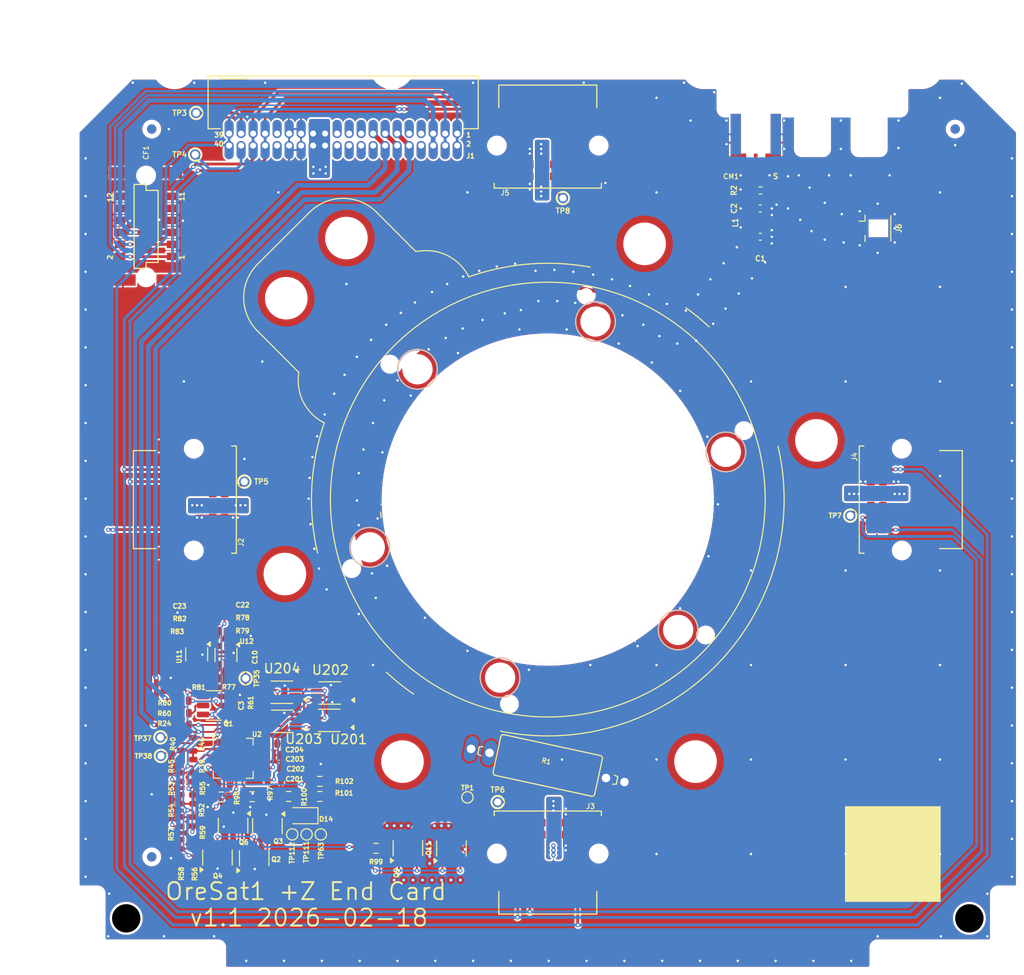
<source format=kicad_pcb>
(kicad_pcb (version 20241229) (generator "pcbnew") (generator_version "9.0")
  (title_block (title "OreSat1 +Z End Card") (date "2026-02-18") (rev "1.1") (company "Portland State Aerospace Society"))
  (layers (0 "F.Cu" signal) (4 "In1.Cu" signal) (6 "In2.Cu" signal) (2 "B.Cu" signal) (13 "F.Paste" user) (15 "B.Paste" user) (5 "F.SilkS" user "F.Silkscreen") (7 "B.SilkS" user "B.Silkscreen") (1 "F.Mask" user) (3 "B.Mask" user) (25 "Edge.Cuts" user))
  (net 0 "")
  (net 1 "/MAG-SDA")
  (net 2 "GND")
  (net 3 "/MAG-SCL")
  (net 4 "/MAG-POWER")
  (net 5 "/CAN1_H")
  (net 6 "/CAN1_L")
  (net 7 "VBUS")
  (net 8 "/C3-UART-TX")
  (net 9 "/C3-UART-RX")
  (net 10 "/~{SD}")
  (net 11 "/S_BAND")
  (net 13 "VPD")
  (net 14 "Net-(U12-INP)")
  (net 15 "Net-(U11-INP)")
  (net 16 "Net-(D14-Pad2)")
  (net 17 "/OPD/HELICAL_DEPLOY")
  (net 18 "OPD_SCL")
  (net 28 "/-X_AUX")
  (net 29 "/+Y_AUX")
  (net 30 "/+X_AUX")
  (net 31 "/-Y_AUX")
  (net 32 "/S_BAND_U_FL")
  (net 33 "/S_BAND_FEED")
  (net 35 "OPD_SDA")
  (net 36 "OPD_PWR")
  (net 38 "/OPD/OPD-SDA-INT")
  (net 39 "/OPD/OPD-SCL-INT")
  (net 40 "Net-(Q1B-G)")
  (net 41 "Net-(Q1A-G)")
  (net 42 "Net-(Q1A-S)")
  (net 43 "Net-(Q1B-S)")
  (net 44 "Net-(Q11A-G)")
  (net 45 "/OPD/FIRE_HELICAL_1")
  (net 46 "Net-(Q2-S)")
  (net 47 "/OPD/FIRE_HELICAL_2")
  (net 48 "Net-(Q4-S)")
  (net 49 "Net-(Q9A-D)")
  (net 50 "Net-(Q11A-D)")
  (net 51 "/OPD/AD0")
  (net 52 "/OPD/AD1")
  (net 53 "/OPD/AD2")
  (net 54 "Net-(U2-~{RESET})")
  (net 55 "Net-(U12-OUT)")
  (net 56 "Net-(U11-OUT)")
  (net 57 "/OPD/TEST_HELICAL")
  (net 58 "/OPD/READ_HELICAL")
  (net 59 "/OPD/PX_UART_EN")
  (net 60 "/OPD/PY_UART_EN")
  (net 61 "/OPD/MX_UART_EN")
  (net 62 "/OPD/MY_UART_EN")
  (net 65 "/OPD/C3-UART-RX")
  (net 66 "/OPD/PX-UART-RX")
  (net 67 "/OPD/C3-UART-TX")
  (net 68 "/OPD/PX-UART-TX")
  (net 69 "/OPD/PY-UART-RX")
  (net 70 "/OPD/PY-UART-TX")
  (net 71 "/OPD/MX-UART-RX")
  (net 72 "/OPD/MX-UART-TX")
  (net 73 "/OPD/MY-UART-TX")
  (net 74 "/OPD/MY-UART-RX")
  (footprint "oresat-passives:0603-C-NOSILK" (layer "F.Cu") (at 109.7026 128.3462 -90)
    (property "Reference" "R40")
    (property "Value" "1k")
  )
  (footprint "oresat-connectors:J-SAMTEC-TFM-120-X1-XXX-D-RA" (layer "F.Cu") (at 126.8465 64.4108)
    (property "Reference" "J1")
    (property "Value" "J-SAMTEC-TFM-120-01-L-D-RA")
  )
  (footprint "oresat-misc:M2-Press-Fit-Nut" (layer "F.Cu") (at 120.683543 110.378465)
    (property "Reference" "HW10" (hide yes))
    (property "Value" "M2-Press-Fit-Nut" (hide yes))
  )
  (footprint "oresat-misc:M2-Press-Fit-Nut" (layer "F.Cu") (at 133.127254 130.221236)
    (property "Reference" "HW11" (hide yes))
    (property "Value" "M2-Press-Fit-Nut" (hide yes))
  )
  (footprint "oresat-connectors:J-Harwin-M55-7101242R" (layer "F.Cu") (at 185.95 102.5 90)
    (property "Reference" "J4")
    (property "Value" "M55-7101242R" (hide yes))
  )
  (footprint "oresat-passives:0603-C-NOSILK" (layer "F.Cu") (at 109.6518 140.1572 90)
    (property "Reference" "R58")
    (property "Value" "1k")
  )
  (footprint "oresat-misc:M1.6 Mounting Hole" (layer "F.Cu") (at 162.288582 116.290307)
    (property "Reference" "HW6" (hide yes))
    (property "Value" "M1.6_Mounting_Hole" (hide yes))
  )
  (footprint "oresat-misc:TestPoint-0.75mm-th" (layer "F.Cu") (at 107.569 129.6162 90)
    (property "Reference" "TP38")
    (property "Value" "Test-Point" (hide yes))
  )
  (footprint "Package_TO_SOT_SMD:SOT-353_SC-70-5" (layer "F.Cu") (at 111.3536 118.872 -90)
    (property "Reference" "U11")
    (property "Value" "MIC842LYC5")
  )
  (footprint "oresat-passives:0603-C-NOSILK" (layer "F.Cu") (at 109.6264 133.0198 -90)
    (property "Reference" "R53")
    (property "Value" "1k")
  )
  (footprint "oresat-misc:M1.6 Mounting Hole" (layer "F.Cu") (at 129.664446 107.548695)
    (property "Reference" "HW5" (hide yes))
    (property "Value" "M1.6_Mounting_Hole" (hide yes))
  )
  (footprint "oresat-misc:TestPoint-0.75mm-th" (layer "F.Cu") (at 143.2 134.5)
    (property "Reference" "TP6")
    (property "Value" "TestPoint-MinTH" (hide yes))
  )
  (footprint "oresat-passives:0603-C-NOSILK" (layer "F.Cu") (at 111.8108 121.412)
    (property "Reference" "R81")
    (property "Value" "665k")
  )
  (footprint "oresat-passives:0603-C-NOSILK" (layer "F.Cu") (at 111.0234 135.382 -90)
    (property "Reference" "R52")
    (property "Value" "1k")
  )
  (footprint "oresat-misc:Hole-1.5mm-NPTH" (layer "F.Cu") (at 127.745226 109.798254)
    (property "Reference" "REF**" (hide yes))
    (property "Value" "Hole-1.5mm-NPTH")
  )
  (footprint "Capacitor_SMD:C_0402_1005Metric" (layer "F.Cu") (at 170.98 71.7 180)
    (property "Reference" "C2")
    (property "Value" "0.9 pF" (hide yes))
  )
  (footprint "oresat-misc:TestPoint-0.75mm-th" (layer "F.Cu") (at 180.5 104.2 90)
    (property "Reference" "TP7")
    (property "Value" "TestPoint-MinTH" (hide yes))
  )
  (footprint "oresat-misc:TestPoint-0.75mm-th" (layer "F.Cu") (at 111.2989 61.5964 90)
    (property "Reference" "TP3")
    (property "Value" "TestPoint-MinTH" (hide yes))
  )
  (footprint "Resistor_SMD:R_0603_1608Metric" (layer "F.Cu") (at 124.3838 133.9088 180)
    (property "Reference" "R101")
    (property "Value" "47k")
  )
  (footprint "oresat-connectors:J-Harwin-M55-7101242R" (layer "F.Cu") (at 148.5 139.95)
    (property "Reference" "J3")
    (property "Value" "M55-7101242R" (hide yes))
  )
  (footprint "oresat-passives:0603-C-NOSILK" (layer "F.Cu") (at 119.1768 128.3208)
    (property "Reference" "C204")
    (property "Value" "100n" (hide yes))
  )
  (footprint "Package_TO_SOT_SMD:SOT-23-3" (layer "F.Cu") (at 113.5532 140.3659 90)
    (property "Reference" "Q4")
    (property "Value" "PMV45EN" (hide yes))
  )
  (footprint "Resistor_SMD:R_0603_1608Metric" (layer "F.Cu") (at 117.221 133.9342)
    (property "Reference" "R97")
    (property "Value" "10k")
  )
  (footprint "oresat-passives:0603-C-NOSILK" (layer "F.Cu") (at 109.6264 137.7696 -90)
    (property "Reference" "R57")
    (property "Value" "1k")
  )
  (footprint "oresat-passives:0603-C-NOSILK" (layer "F.Cu") (at 119.507 130.937)
    (property "Reference" "C202")
    (property "Value" "100n" (hide yes))
  )
  (footprint "Package_TO_SOT_SMD:SOT-23-6" (layer "F.Cu") (at 113.1711 124.2822 180)
    (property "Reference" "Q1")
    (property "Value" "DMP2240UDM")
  )
  (footprint "oresat-passives:0603-C-NOSILK" (layer "F.Cu") (at 110.998 130.7084 -90)
    (property "Reference" "R39")
    (property "Value" "1k")
  )
  (footprint "oresat-misc:TestPoint_Pad_D1.0mm" (layer "F.Cu") (at 124.4854 137.922 180)
    (property "Reference" "TP63")
    (property "Value" "Test-Point" (hide yes))
  )
  (footprint "oresat-pcbs:ORESAT-CARD-V1.3-3RF" (layer "F.Cu") (at 148.5 102.5)
    (property "Reference" "PCB1" (hide yes))
    (property "Value" "ORESAT-CARD-V1.3-GENERIC-3RF" (hide yes))
    (fp_line (start -49.9 -39) (end -49.9 40.7) (stroke (width 0.001)) (layer "Edge.Cuts"))
    (fp_line (start -49.4 41.2) (end -47.65 41.2) (stroke (width 0.001)) (layer "Edge.Cuts"))
    (fp_line (start -47.15 41.7) (end -47.15 46.4) (stroke (width 0.001)) (layer "Edge.Cuts"))
    (fp_line (start -46.65 46.9) (end -34.9 46.9) (stroke (width 0.001)) (layer "Edge.Cuts"))
    (fp_line (start -44.1 -44.8) (end -49.9 -39) (stroke (width 0.001)) (layer "Edge.Cuts"))
    (fp_line (start -41.23205 -44.8) (end -44.1 -44.8) (stroke (width 0.001)) (layer "Edge.Cuts"))
    (fp_line (start -34.4 47.4) (end -34.4 49.3) (stroke (width 0.001)) (layer "Edge.Cuts"))
    (fp_line (start -33.9 49.8) (end 33.9 49.8) (stroke (width 0.001)) (layer "Edge.Cuts"))
    (fp_line (start -18.23205 -44.8) (end -37.76795 -44.8) (stroke (width 0.001)) (layer "Edge.Cuts"))
    (fp_line (start 14.76795 -44.8) (end -14.76795 -44.8) (stroke (width 0.001)) (layer "Edge.Cuts"))
    (fp_line (start 16.5 -43.8) (end 17.73205 -43.8) (stroke (width 0.001)) (layer "Edge.Cuts"))
    (fp_line (start 18.23205 -43.3) (end 18.23205 -41.3) (stroke (width 0.001)) (layer "Edge.Cuts"))
    (fp_line (start 18.73205 -40.8) (end 20.41 -40.8) (stroke (width 0.001)) (layer "Edge.Cuts"))
    (fp_line (start 20.41 -40.8) (end 20.41 -37.1) (stroke (width 0.001)) (layer "Edge.Cuts"))
    (fp_line (start 20.91 -36.6) (end 23.09 -36.6) (stroke (width 0.001)) (layer "Edge.Cuts"))
    (fp_line (start 23.59 -37.1) (end 23.59 -40.8) (stroke (width 0.001)) (layer "Edge.Cuts"))
    (fp_line (start 26.41 -40.8) (end 23.59 -40.8) (stroke (width 0.001)) (layer "Edge.Cuts"))
    (fp_line (start 26.41 -37.1) (end 26.41 -40.8) (stroke (width 0.001)) (layer "Edge.Cuts"))
    (fp_line (start 26.91 -36.6) (end 29.09 -36.6) (stroke (width 0.001)) (layer "Edge.Cuts"))
    (fp_line (start 29.59 -37.1) (end 29.59 -40.8) (stroke (width 0.001)) (layer "Edge.Cuts"))
    (fp_line (start 32.41 -40.8) (end 29.59 -40.8) (stroke (width 0.001)) (layer "Edge.Cuts"))
    (fp_line (start 32.41 -37.1) (end 32.41 -40.8) (stroke (width 0.001)) (layer "Edge.Cuts"))
    (fp_line (start 32.91 -36.6) (end 35.09 -36.6) (stroke (width 0.001)) (layer "Edge.Cuts"))
    (fp_line (start 34.4 49.3) (end 34.4 47.4) (stroke (width 0.001)) (layer "Edge.Cuts"))
    (fp_line (start 34.9 46.9) (end 46.65 46.9) (stroke (width 0.001)) (layer "Edge.Cuts"))
    (fp_line (start 35.59 -37.1) (end 35.59 -40.8) (stroke (width 0.001)) (layer "Edge.Cuts"))
    (fp_line (start 37.26795 -40.8) (end 35.59 -40.8) (stroke (width 0.001)) (layer "Edge.Cuts"))
    (fp_line (start 37.76795 -43.3) (end 37.76795 -41.3) (stroke (width 0.001)) (layer "Edge.Cuts"))
    (fp_line (start 39.5 -43.8) (end 38.26795 -43.8) (stroke (width 0.001)) (layer "Edge.Cuts"))
    (fp_line (start 44.1 -44.8) (end 41.23205 -44.8) (stroke (width 0.001)) (layer "Edge.Cuts"))
    (fp_line (start 47.15 46.4) (end 47.15 41.7) (stroke (width 0.001)) (layer "Edge.Cuts"))
    (fp_line (start 47.65 41.2) (end 49.4 41.2) (stroke (width 0.001)) (layer "Edge.Cuts"))
    (fp_line (start 49.9 -39) (end 44.1 -44.8) (stroke (width 0.001)) (layer "Edge.Cuts"))
    (fp_line (start 49.9 40.7) (end 49.9 -39) (stroke (width 0.001)) (layer "Edge.Cuts"))
    (fp_arc (start -49.4 41.2) (mid -49.753553 41.053553) (end -49.9 40.7) (stroke (width 0.001)) (layer "Edge.Cuts"))
    (fp_arc (start -47.65 41.2) (mid -47.296447 41.346447) (end -47.15 41.7) (stroke (width 0.001)) (layer "Edge.Cuts"))
    (fp_arc (start -46.65 46.9) (mid -47.003553 46.753553) (end -47.15 46.4) (stroke (width 0.001)) (layer "Edge.Cuts"))
    (fp_arc (start -37.767951 -44.799999) (mid -39.500001 -43.800001) (end -41.23205 -44.8) (stroke (width 0.001)) (layer "Edge.Cuts"))
    (fp_arc (start -34.9 46.9) (mid -34.546447 47.046447) (end -34.4 47.4) (stroke (width 0.001)) (layer "Edge.Cuts"))
    (fp_arc (start -33.9 49.8) (mid -34.253553 49.653553) (end -34.4 49.3) (stroke (width 0.001)) (layer "Edge.Cuts"))
    (fp_arc (start -14.767951 -44.799999) (mid -16.500001 -43.800001) (end -18.23205 -44.8) (stroke (width 0.001)) (layer "Edge.Cuts"))
    (fp_arc (start 16.499999 -43.8) (mid 15.5 -44.067949) (end 14.76795 -44.8) (stroke (width 0.001)) (layer "Edge.Cuts"))
    (fp_arc (start 17.73205 -43.8) (mid 18.085571 -43.653536) (end 18.23205 -43.3) (stroke (width 0.001)) (layer "Edge.Cuts"))
    (fp_arc (start 18.73205 -40.8) (mid 18.378529 -40.946464) (end 18.23205 -41.3) (stroke (width 0.001)) (layer "Edge.Cuts"))
    (fp_arc (start 20.91 -36.6) (mid 20.556447 -36.746447) (end 20.41 -37.1) (stroke (width 0.001)) (layer "Edge.Cuts"))
    (fp_arc (start 23.59 -37.1) (mid 23.443553 -36.746447) (end 23.09 -36.6) (stroke (width 0.001)) (layer "Edge.Cuts"))
    (fp_arc (start 26.91 -36.6) (mid 26.556447 -36.746447) (end 26.41 -37.1) (stroke (width 0.001)) (layer "Edge.Cuts"))
    (fp_arc (start 29.59 -37.1) (mid 29.443553 -36.746447) (end 29.09 -36.6) (stroke (width 0.001)) (layer "Edge.Cuts"))
    (fp_arc (start 32.91 -36.6) (mid 32.556447 -36.746447) (end 32.41 -37.1) (stroke (width 0.001)) (layer "Edge.Cuts"))
    (fp_arc (start 34.4 47.4) (mid 34.546447 47.046447) (end 34.9 46.9) (stroke (width 0.001)) (layer "Edge.Cuts"))
    (fp_arc (start 34.4 49.3) (mid 34.253553 49.653553) (end 33.9 49.8) (stroke (width 0.001)) (layer "Edge.Cuts"))
    (fp_arc (start 35.59 -37.1) (mid 35.443553 -36.746447) (end 35.09 -36.6) (stroke (width 0.001)) (layer "Edge.Cuts"))
    (fp_arc (start 37.76795 -43.3) (mid 37.914394 -43.653571) (end 38.26795 -43.8) (stroke (width 0.001)) (layer "Edge.Cuts"))
    (fp_arc (start 37.76795 -41.3) (mid 37.621506 -40.946429) (end 37.26795 -40.8) (stroke (width 0.001)) (layer "Edge.Cuts"))
    (fp_arc (start 41.232049 -44.8) (mid 40.499999 -44.06795) (end 39.5 -43.8) (stroke (width 0.001)) (layer "Edge.Cuts"))
    (fp_arc (start 47.15 41.7) (mid 47.296447 41.346447) (end 47.65 41.2) (stroke (width 0.001)) (layer "Edge.Cuts"))
    (fp_arc (start 47.15 46.4) (mid 47.003553 46.753553) (end 46.65 46.9) (stroke (width 0.001)) (layer "Edge.Cuts"))
    (fp_arc (start 49.9 40.7) (mid 49.753553 41.053553) (end 49.4 41.2) (stroke (width 0.001)) (layer "Edge.Cuts"))
  )
  (footprint "oresat-passives:0603-C-NOSILK" (layer "F.Cu") (at 116.586 119.1768 -90)
    (property "Reference" "C10")
    (property "Value" "100n")
  )
  (footprint "oresat-misc:Hole-1.5mm-NPTH" (layer "F.Cu") (at 152.558408 80.879298)
    (property "Reference" "REF**" (hide yes))
    (property "Value" "Hole-1.5mm-NPTH")
  )
  (footprint "oresat-misc:TestPoint-0.75mm-th" (layer "F.Cu") (at 116.4 100.6 -90)
    (property "Reference" "TP5")
    (property "Value" "TestPoint-MinTH" (hide yes))
  )
  (footprint "oresat-misc:TestPoint-0.75mm-th" (layer "F.Cu") (at 116.5352 121.412)
    (property "Reference" "TP35")
    (property "Value" "Test-Point" (hide yes))
  )
  (footprint "oresat-passives:0603-C-NOSILK" (layer "F.Cu") (at 109.8296 126.3142)
    (property "Reference" "R24")
    (property "Value" "10")
  )
  (footprint "Package_TO_SOT_SMD:SOT-23-3" (layer "F.Cu") (at 118.8353 137.0584 -90)
    (property "Reference" "Q3")
    (property "Value" "PMV45EN" (hide yes))
  )
  (footprint "Connector_Coaxial:U.FL_Hirose_U.FL-R-SMT-1_Vertical" (layer "F.Cu") (at 182.95 73.8)
    (property "Reference" "J6")
    (property "Value" "U.FL-R-SMT-1")
  )
  (footprint "oresat-passives:R-PAC100-FOR-MELTWIRE" (layer "F.Cu") (at 148.494988 130.626059 -102.2)
    (property "Reference" "R1")
    (property "Value" "7.5  1W" (hide yes))
  )
  (footprint "oresat-passives:0603-C-NOSILK" (layer "F.Cu") (at 119.5578 132.1816)
    (property "Reference" "C201")
    (property "Value" "100n")
  )
  (footprint "oresat-passives:0603-C-NOSILK" (layer "F.Cu") (at 119.507 129.54)
    (property "Reference" "C203")
    (property "Value" "100n" (hide yes))
  )
  (footprint "Resistor_SMD:R_0603_1608Metric" (layer "F.Cu") (at 113.9576 133.9596 180)
    (property "Reference" "R98")
    (property "Value" "10k" (hide yes))
  )
  (footprint "oresat-misc:TestPoint-0.75mm-th" (layer "F.Cu") (at 111.1989 65.9964 90)
    (property "Reference" "TP4")
    (property "Value" "TestPoint-MinTH" (hide yes))
  )
  (footprint "Fiducial:Fiducial_1mm_Mask2mm" (layer "F.Cu") (at 191.6 63.3)
    (property "Reference" "FID2" (hide yes))
    (property "Value" "Fiducial" (hide yes))
  )
  (footprint "Fiducial:Fiducial_1mm_Mask2mm" (layer "F.Cu") (at 106.6 140.3)
    (property "Reference" "FID6" (hide yes))
    (property "Value" "Fiducial" (hide yes))
  )
  (footprint "Package_DFN_QFN:QFN-16-1EP_4x4mm_P0.65mm_EP2.1x2.1mm" (layer "F.Cu") (at 115.223677 129.864168)
    (property "Reference" "U2")
    (property "Value" "MAX7310" (hide yes))
  )
  (footprint "Diode_SMD:D_SOD-323" (layer "F.Cu") (at 122.5804 135.9408 180)
    (property "Reference" "D14")
    (property "Value" "1N4151WS")
  )
  (footprint "oresat-connectors:J-Harwin-M55-7101242R" (layer "F.Cu") (at 111.05 102.5 -90)
    (property "Reference" "J2")
    (property "Value" "M55-7101242R" (hide yes))
  )
  (footprint "Resistor_SMD:R_0402_1005Metric" (layer "F.Cu") (at 171 69.8)
    (property "Reference" "R2")
    (property "Value" "NP")
  )
  (footprint "oresat-passives:0603-C-NOSILK" (layer "F.Cu") (at 114.4016 113.6904 180)
    (property "Reference" "C22")
    (property "Value" "1u")
  )
  (footprint "oresat-passives:0603-C-NOSILK" (layer "F.Cu") (at 111.4298 115.1382 180)
    (property "Reference" "R82")
    (property "Value" "330k")
  )
  (footprint "oresat-misc:M2-Press-Fit-Nut" (layer "F.Cu") (at 164.128929 130.221236)
    (property "Reference" "HW4" (hide yes))
    (property "Value" "M2-Press-Fit-Nut" (hide yes))
  )
  (footprint "Package_SO:VSSOP-8_2.3x2mm_P0.5mm" (layer "F.Cu") (at 125.4434 122.9614 180)
    (property "Reference" "U202")
    (property "Value" "TS5A21366" (hide yes))
  )
  (footprint "oresat-passives:0603-C-NOSILK" (layer "F.Cu") (at 114.4016 115.0366 180)
    (property "Reference" "R78")
    (property "Value" "330k")
  )
  (footprint "oresat-passives:0603-C-NOSILK" (layer "F.Cu") (at 110.9726 128.397 90)
    (property "Reference" "R46")
    (property "Value" "1k")
  )
  (footprint "oresat-connectors:J-Harwin-M55-60X1242R" (layer "F.Cu") (at 106 73.6 90)
    (property "Reference" "CF1")
    (property "Value" "M55-6001242R" (hide yes))
  )
  (footprint "oresat-misc:Hole-1.5mm-NPTH" (layer "F.Cu") (at 131.803633 88.175827)
    (property "Reference" "REF**" (hide yes))
    (property "Value" "Hole-1.5mm-NPTH")
  )
  (footprint "oresat-passives:0603-C-NOSILK" (layer "F.Cu") (at 114.3 121.412)
    (property "Reference" "R77")
    (property "Value" "665k")
  )
  (footprint "oresat-passives:0603-C-NOSILK" (layer "F.Cu") (at 109.6518 130.7084 90)
    (property "Reference" "R45")
    (property "Value" "1k")
  )
  (footprint "Package_SO:VSSOP-8_2.3x2mm_P0.5mm" (layer "F.Cu") (at 120.4214 125.9586 180)
    (property "Reference" "U203")
    (property "Value" "TS5A21366" (hide yes))
  )
  (footprint "oresat-passives:0603-C-NOSILK" (layer "F.Cu") (at 111.0234 140.1318 -90)
    (property "Reference" "R56")
    (property "Value" "1k")
  )
  (footprint "oresat-passives:0603-C-NOSILK" (layer "F.Cu") (at 111.0234 137.7442 90)
    (property "Reference" "R59")
    (property "Value" "1k")
  )
  (footprint "Package_TO_SOT_SMD:SOT-23-6" (layer "F.Cu") (at 138.3 139.4125 90)
    (property "Reference" "Q11")
    (property "Value" "DMP2240UDM-7")
  )
  (footprint "oresat-misc:TestPoint-0.75mm-th" (layer "F.Cu") (at 150.1 70.6 180)
    (property "Reference" "TP8")
    (property "Value" "TestPoint-MinTH" (hide yes))
  )
  (footprint "oresat-misc:Hole-1.5mm-NPTH" (layer "F.Cu") (at 144.441591 124.12415)
    (property "Reference" "REF**" (hide yes))
    (property "Value" "Hole-1.5mm-NPTH")
  )
  (footprint "oresat-passives:0603-C-NOSILK" (layer "F.Cu") (at 111.4044 116.4336)
    (property "Reference" "R83")
    (property "Value" "1M")
  )
  (footprint "Resistor_SMD:R_0603_1608Metric" (layer "F.Cu") (at 124.3838 132.3086)
    (property "Reference" "R102")
    (property "Value" "10k")
  )
  (footprint "Package_TO_SOT_SMD:SOT-23-3" (layer "F.Cu") (at 117.4394 140.4421 90)
    (property "Reference" "Q2")
    (property "Value" "PMV45EN" (hide yes))
  )
  (footprint "oresat-misc:M2-Press-Fit-Nut" (layer "F.Cu") (at 158.739005 75.445592)
    (property "Reference" "HW13" (hide yes))
    (property "Value" "M2-Press-Fit-Nut" (hide yes))
  )
  (footprint "oresat-passives:0603-C-NOSILK" (layer "F.Cu") (at 114.4016 116.4336 180)
    (property "Reference" "R79")
    (property "Value" "1M")
  )
  (footprint "Inductor_SMD:L_0402_1005Metric" (layer "F.Cu") (at 170.5356 73.2 -90)
    (property "Reference" "L1")
    (property "Value" "4.3 nH" (hide yes))
  )
  (footprint "oresat-misc:M1.6 Mounting Hole" (layer "F.Cu") (at 134.711418 88.713141)
    (property "Reference" "HW3" (hide yes))
    (property "Value" "M1.6_Mounting_Hole" (hide yes))
  )
  (footprint "oresat-misc:Hole-1.5mm-NPTH" (layer "F.Cu") (at 169.254774 95.205195)
    (property "Reference" "REF**" (hide yes))
    (property "Value" "Hole-1.5mm-NPTH")
  )
  (footprint "oresat-passives:0603-C-NOSILK" (layer "F.Cu") (at 109.8296 125.095)
    (property "Reference" "R60")
    (property "Value" "100")
  )
  (footprint "Package_TO_SOT_SMD:SOT-353_SC-70-5" (layer "F.Cu") (at 114.4524 118.933 -90)
    (property "Reference" "U12")
    (property "Value" "MIC842LYC5")
  )
  (footprint "oresat-misc:TestPoint_Pad_D1.0mm" (layer "F.Cu") (at 121.4628 137.922 180)
    (property "Reference" "TP112")
    (property "Value" "Test-Point" (hide yes))
  )
  (footprint "oresat-misc:Hole-1.5mm-NPTH" (layer "F.Cu") (at 165.196366 116.827621)
    (property "Reference" "REF**" (hide yes))
    (property "Value" "Hole-1.5mm-NPTH")
  )
  (footprint "oresat-misc:M2-Press-Fit-Nut" (layer "F.Cu") (at 176.91619 96.239708)
    (property "Reference" "HW14" (hide yes))
    (property "Value" "M2-Press-Fit-Nut" (hide yes))
  )
  (footprint "oresat-passives:0603-C-NOSILK" (layer "F.Cu") (at 109.6518 135.382 90)
    (property "Reference" "R54")
    (property "Value" "1k")
  )
  (footprint "oresat-passives:0603-C-NOSILK" (layer "F.Cu") (at 115.951 125.9332 -90)
    (property "Reference" "C3")
    (property "Value" "100n" (hide yes))
  )
  (footprint "oresat-misc:M1.6 Mounting Hole" (layer "F.Cu") (at 167.335554 97.454754)
    (property "Reference" "HW2" (hide yes))
    (property "Value" "M1.6_Mounting_Hole" (hide yes))
  )
  (footprint "oresat-misc:M2-Press-Fit-Nut" (layer "F.Cu") (at 127.194871 74.832643)
    (property "Reference" "HW12" (hide yes))
    (property "Value" "M2-Press-Fit-Nut" (hide yes))
  )
  (footprint "Fiducial:Fiducial_1mm_Mask2mm" (layer "F.Cu") (at 106.6 63.3)
    (property "Reference" "FID1" (hide yes))
    (property "Value" "Fiducial" (hide yes))
  )
  (footprint "oresat-misc:M2-Press-Fit-Nut" (layer "F.Cu") (at 120.83091 81.196604)
    (property "Reference" "HW9" (hide yes))
    (property "Value" "M2-Press-Fit-Nut" (hide yes))
  )
  (footprint "oresat-misc:TestPoint_Pad_D1.0mm" (layer "F.Cu") (at 140 134)
    (property "Reference" "TP1")
    (property "Value" "Test-Point")
  )
  (footprint "oresat-passives:0603-C-NOSILK" (layer "F.Cu") (at 111.4044 113.8174 180)
    (property "Reference" "C23")
    (property "Value" "1u")
  )
  (footprint "Resistor_SMD:R_0603_1608Metric" (layer "F.Cu") (at 121.0818 133.9088)
    (property "Reference" "R100")
    (property "Value" "1k")
  )
  (footprint "oresat-misc:M1.6 Mounting Hole" (layer "F.Cu") (at 153.546971 83.666171)
    (property "Reference" "HW7" (hide yes))
    (property "Value" "M1.6_Mounting_Hole" (hide yes))
  )
  (footprint "oresat-misc:M1.6 Mounting Hole" (layer "F.Cu") (at 143.453029 121.337278)
    (property "Reference" "HW1" (hide yes))
    (property "Value" "M1.6_Mounting_Hole" (hide yes))
  )
  (footprint "Resistor_SMD:R_0603_1608Metric" (layer "F.Cu") (at 130.3274 139.3952 180)
    (property "Reference" "R99")
    (property "Value" "10k")
  )
  (footprint "Package_SO:VSSOP-8_2.3x2mm_P0.5mm" (layer "F.Cu") (at 120.3706 122.8852 180)
    (property "Reference" "U204")
    (property "Value" "TS5A21366" (hide yes))
  )
  (footprint "oresat-passives:0603-C-NOSILK" (layer "F.Cu") (at 117.1448 125.9332 90)
    (property "Reference" "R61")
    (property "Value" "10k" (hide yes))
  )
  (footprint "Capacitor_SMD:C_0402_1005Metric" (layer "F.Cu") (at 170.985 74.7)
    (property "Reference" "C1")
    (property "Value" "1.0 pF" (hide yes))
  )
  (footprint "Package_TO_SOT_SMD:SOT-23-6" (layer "F.Cu") (at 133.7 139.3875 90)
    (property "Reference" "Q9")
    (property "Value" "DMP2240UDM-7")
  )
  (footprint "oresat-misc:TestPoint-0.75mm-th" (layer "F.Cu") (at 107.5182 127.6604 90)
    (property "Reference" "TP37")
    (property "Value" "Test-Point" (hide yes))
  )
  (footprint "oresat-misc:TestPoint_Pad_D1.0mm" (layer "F.Cu") (at 122.9868 137.922 180)
    (property "Reference" "TP111")
    (property "Value" "Test-Point" (hide yes))
  )
  (footprint "oresat-connectors:J-Harwin-M55-7101242R" (layer "F.Cu") (at 148.5 65.0464 180)
    (property "Reference" "J5")
    (property "Value" "M55-7101242R" (hide yes))
  )
  (footprint "Package_TO_SOT_SMD:SOT-23-3" (layer "F.Cu") (at 115.2031 137.0076 -90)
    (property "Reference" "Q6")
    (property "Value" "PMV45EN" (hide yes))
  )
  (footprint "Package_SO:VSSOP-8_2.3x2mm_P0.5mm" (layer "F.Cu") (at 125.3744 125.857 180)
    (property "Reference" "U201")
    (property "Value" "TS5A21366" (hide yes))
  )
  (footprint "oresat-passives:0603-C-NOSILK" (layer "F.Cu") (at 110.998 133.0452 90)
    (property "Reference" "R55")
    (property "Value" "1k" (hide yes))
  )
  (footprint "oresat-connectors:J-MOLEX-SMPM-073300-002X" (layer "F.Cu") (at 170.4989 61.6964)
    (property "Reference" "CM1")
    (property "Value" "2477330-1" (hide yes))
  )
  (footprint "oresat-passives:0603-C-NOSILK" (layer "F.Cu") (at 109.8042 123.7742)
    (property "Reference" "R80")
    (property "Value" "100")
  )
  (footprint "Fiducial:Fiducial_1mm_Mask2mm" (layer "B.Cu") (at 106.6 63.3 180)
    (property "Reference" "FID5" (hide yes))
    (property "Value" "Fiducial" (hide yes))
  )
  (footprint "Fiducial:Fiducial_1mm_Mask2mm" (layer "B.Cu") (at 106.6 140.3 180)
    (property "Reference" "FID4" (hide yes))
    (property "Value" "Fiducial" (hide yes))
  )
  (footprint "Fiducial:Fiducial_1mm_Mask2mm" (layer "B.Cu") (at 191.6 63.3 180)
    (property "Reference" "FID3" (hide yes))
    (property "Value" "Fiducial" (hide yes))
  )
  (gr_curve (pts (xy 157.743009 117.51481) (xy 157.744622 117.513155) (xy 157.746366 117.51167) (xy 157.749232 117.509699)) (stroke (width 0.12)) (layer "F.SilkS"))
  (gr_line (start 134.521581 76.246875) (end 130.386674 72.099374) (stroke (width 0.12)) (layer "F.SilkS"))
  (gr_curve (pts (xy 130.87175 102.993044) (xy 130.871767 102.993043) (xy 130.871784 102.993042) (xy 130.871821 102.993048)) (stroke (width 0.12)) (layer "F.SilkS"))
  (gr_arc (start 135.199285 76.183718) (mid 138.097634 76.794808) (end 140.141628 78.938629) (stroke (width 0.12)) (layer "F.SilkS"))
  (gr_arc (start 134.295819 123.073153) (mid 132.819746 121.971614) (end 131.428776 120.764392) (stroke (width 0.12)) (layer "F.SilkS"))
  (gr_curve (pts (xy 130.874892 102.997709) (xy 130.875519 102.999934) (xy 130.875932 103.002186) (xy 130.876205 103.005653)) (stroke (width 0.12)) (layer "F.SilkS"))
  (gr_line (start 135.199285 76.183718) (end 134.521581 76.246875) (stroke (width 0.12)) (layer "F.SilkS"))
  (gr_arc (start 124.146887 108.151788) (mid 123.532595 101.217619) (end 124.854153 94.382888) (stroke (width 0.12)) (layer "F.SilkS"))
  (gr_rect (start 179.9989 134.9964) (end 189.9989 144.9964) (stroke (width 0.12)) (fill yes) (layer "F.SilkS"))
  (gr_arc (start 140.141628 78.938629) (mid 146.49382 77.580701) (end 152.98143 77.905105) (stroke (width 0.12)) (layer "F.SilkS"))
  (gr_curve (pts (xy 168.165895 90.614691) (xy 168.12021 90.539942) (xy 168.074525 90.465193) (xy 168.00936 90.362998)) (stroke (width 0.12)) (layer "F.SilkS"))
  (gr_line (start 122.167767 89.055055) (end 117.78692 84.660865) (stroke (width 0.12)) (layer "F.SilkS"))
  (gr_curve (pts (xy 157.749232 117.509699) (xy 157.754533 117.506053) (xy 157.763673 117.500744) (xy 157.772813 117.495435)) (stroke (width 0.12)) (layer "F.SilkS"))
  (gr_line (start 123.315615 72.08862) (end 117.797674 77.589804) (stroke (width 0.12)) (layer "F.SilkS"))
  (gr_arc (start 163.10426 82.209558) (mid 164.36979 83.183282) (end 165.570577 84.235809) (stroke (width 0.12)) (layer "F.SilkS"))
  (gr_curve (pts (xy 130.871821 102.993048) (xy 130.871981 102.993074) (xy 130.872519 102.993228) (xy 130.87298 102.993636)) (stroke (width 0.12)) (layer "F.SilkS"))
  (gr_curve (pts (xy 157.74054 117.519862) (xy 157.740531 117.519848) (xy 157.740522 117.519834) (xy 157.740509 117.519799)) (stroke (width 0.12)) (layer "F.SilkS"))
  (gr_circle (center 148.499676 102.500102) (end 125.499678 102.490951) (stroke (width 0.12)) (fill no) (layer "F.SilkS"))
  (gr_arc (start 123.315615 72.08862) (mid 126.85336 70.629563) (end 130.386674 72.099374) (stroke (width 0.12)) (layer "F.SilkS"))
  (gr_curve (pts (xy 130.87298 102.993636) (xy 130.873837 102.994397) (xy 130.874424 102.996045) (xy 130.874892 102.997709)) (stroke (width 0.12)) (layer "F.SilkS"))
  (gr_line (start 130.857895 104.394089) (end 130.818113 103.825624) (stroke (width 0.12)) (layer "F.SilkS"))
  (gr_curve (pts (xy 168.00936 90.362998) (xy 167.905956 90.200837) (xy 167.753504 89.96957) (xy 167.601052 89.738303)) (stroke (width 0.12)) (layer "F.SilkS"))
  (gr_curve (pts (xy 130.876205 103.005653) (xy 130.876712 103.012066) (xy 130.876741 103.022637) (xy 130.876768 103.033207)) (stroke (width 0.12)) (layer "F.SilkS"))
  (gr_arc (start 124.854152 94.382888) (mid 122.629158 92.163603) (end 122.167767 89.055055) (stroke (width 0.12)) (layer "F.SilkS"))
  (gr_arc (start 117.78692 84.660865) (mid 116.32783 81.123106) (end 117.797674 77.589804) (stroke (width 0.12)) (layer "F.SilkS"))
  (gr_arc (start 172.852469 96.84841) (mid 166.4101 119.941914) (end 143.495473 126.994141) (stroke (width 0.12)) (layer "F.SilkS"))
  (gr_curve (pts (xy 157.740509 117.519799) (xy 157.740451 117.519647) (xy 157.740314 117.519104) (xy 157.740438 117.518501)) (stroke (width 0.12)) (layer "F.SilkS"))
  (gr_curve (pts (xy 157.740438 117.518501) (xy 157.740669 117.517379) (xy 157.741802 117.516046) (xy 157.743009 117.51481)) (stroke (width 0.12)) (layer "F.SilkS"))
  (gr_circle (center 148.499998 102.501731) (end 165.699998 102.501731) (stroke (width 0.01)) (fill no) (layer "Edge.Cuts"))
  (gr_text "v${REVISION} ${ISSUE_DATE}" (at 110.5 147.8 0) (layer "F.SilkS") (effects (font (size 1.8 1.8) (thickness 0.2)) (justify left bottom)))
  (gr_text "${TITLE}" (at 107.9 145 0) (layer "F.SilkS") (effects (font (size 1.8 1.8) (thickness 0.2)) (justify left bottom)))
  (gr_text "S" (at 172.6 68.3 0) (layer "F.SilkS") (effects (font (size 0.56 0.56) (thickness 0.12) (bold yes))))
  (segment (start 108.725 76.8) (end 108.75 76.775) (width 0.3) (layer "F.Cu") (net 1))
  (segment (start 104.3 76.8) (end 108.725 76.8) (width 0.3) (layer "F.Cu") (net 1))
  (segment (start 104.3 76.8) (end 103.275 76.8) (width 0.3) (layer "F.Cu") (net 1))
  (segment (start 103.275 76.8) (end 103.25 76.775) (width 0.3) (layer "F.Cu") (net 1))
  (via (at 104.3 76.8) (size 0.4572) (drill 0.254) (layers "F.Cu" "B.Cu") (net 1))
  (segment (start 103.5 76.8) (end 104.3 76.8) (width 0.3) (layer "B.Cu") (net 1))
  (segment (start 138.915 61.115) (end 137.1 59.3) (width 0.3) (layer "B.Cu") (net 1))
  (segment (start 137.1 59.3) (end 105.95 59.3) (width 0.3) (layer "B.Cu") (net 1))
  (segment (start 138.915 65.035) (end 138.915 63.765) (width 0.3) (layer "B.Cu") (net 1))
  (segment (start 138.915 63.765) (end 138.915 61.115) (width 0.3) (layer "B.Cu") (net 1))
  (segment (start 102.2 63.05) (end 102.2 75.5) (width 0.3) (layer "B.Cu") (net 1))
  (segment (start 102.2 75.5) (end 103.5 76.8) (width 0.3) (layer "B.Cu") (net 1))
  (segment (start 105.95 59.3) (end 102.2 63.05) (width 0.3) (layer "B.Cu") (net 1))
  (segment (start 146.6 69.1) (end 146.6 68.025) (width 0.6) (layer "F.Cu") (net 2))
  (segment (start 171.46 71.7) (end 172.2 71.7) (width 0.38) (layer "F.Cu") (net 2))
  (segment (start 115.195 104.405) (end 111.905 104.405) (width 0.6) (layer "F.Cu") (net 2))
  (segment (start 146.595 65.905) (end 146.6 65.9) (width 0.6) (layer "F.Cu") (net 2))
  (segment (start 182.105 100.595) (end 185.095 100.595) (width 0.6) (layer "F.Cu") (net 2))
  (segment (start 111.9 104.4) (end 111.4 104.4) (width 0.6) (layer "F.Cu") (net 2))
  (segment (start 115.7 104.4) (end 115.2 104.4) (width 0.6) (layer "F.Cu") (net 2))
  (segment (start 146.6 69.7) (end 146.6 69.1) (width 0.6) (layer "F.Cu") (net 2))
  (segment (start 146.6 65.9) (end 146.6 65.4) (width 0.6) (layer "F.Cu") (net 2))
  (segment (start 150.405 135.805) (end 150.405 139.095) (width 0.6) (layer "F.Cu") (net 2))
  (segment (start 146.6 68.025) (end 146.595 68.02) (width 0.6) (layer "F.Cu") (net 2))
  (segment (start 185.395 100.595) (end 185.4 100.6) (width 0.5) (layer "F.Cu") (net 2))
  (segment (start 150.4 135.8) (end 150.405 135.805) (width 0.6) (layer "F.Cu") (net 2))
  (segment (start 185.095 100.595) (end 185.1 100.6) (width 0.6) (layer "F.Cu") (net 2))
  (segment (start 171.47 74.7) (end 172.2 74.7) (width 0.38) (layer "F.Cu") (net 2))
  (segment (start 150.405 139.095) (end 150.4 139.1) (width 0.6) (layer "F.Cu") (net 2))
  (segment (start 111.905 104.405) (end 111.9 104.4) (width 0.6) (layer "F.Cu") (net 2))
  (segment (start 146.595 68.02) (end 146.595 65.905) (width 0.6) (layer "F.Cu") (net 2))
  (segment (start 182.1 100.6) (end 182.105 100.595) (width 0.6) (layer "F.Cu") (net 2))
  (segment (start 115.2 104.4) (end 115.195 104.405) (width 0.6) (layer "F.Cu") (net 2))
  (segment (start 181.795 100.595) (end 181.7 100.5) (width 0.5) (layer "F.Cu") (net 2))
  (via (at 157.2 79.9) (size 0.4572) (drill 0.254) (layers "F.Cu" "B.Cu") (net 2))
  (via (at 120 70) (size 0.4572) (drill 0.254) (layers "F.Cu" "B.Cu") (net 2))
  (via (at 129 97.2) (size 0.4572) (drill 0.254) (layers "F.Cu" "B.Cu") (net 2))
  (via (at 132.6 89.9) (size 0.4572) (drill 0.254) (layers "F.Cu" "B.Cu") (net 2))
  (via (at 124.4854 130.4798) (size 0.4572) (drill 0.254) (layers "F.Cu" "B.Cu") (net 2))
  (via (at 146.6 65.4) (size 0.4572) (drill 0.254) (layers "F.Cu" "B.Cu") (net 2))
  (via (at 177.8 75) (size 0.4572) (drill 0.254) (layers "F.Cu" "B.Cu") (net 2))
  (via (at 108.6358 140.4366) (size 0.4572) (drill 0.254) (layers "F.Cu" "B.Cu") (net 2))
  (via (at 106.6038 133.6802) (size 0.4572) (drill 0.254) (layers "F.Cu" "B.Cu") (net 2))
  (via (at 160 130) (size 0.4572) (drill 0.254) (layers "F.Cu" "B.Cu") (net 2))
  (via (at 168.7 80.7) (size 0.4572) (drill 0.254) (layers "F.Cu" "B.Cu") (net 2))
  (via (at 197.6 90.4) (size 0.4572) (drill 0.254) (layers "F.Cu" "B.Cu") (net 2))
  (via (at 153 120) (size 0.4572) (drill 0.254) (layers "F.Cu" "B.Cu") (net 2))
  (via (at 149.5 81.5) (size 0.4572) (drill 0.254) (layers "F.Cu" "B.Cu") (net 2))
  (via (at 141.6 83.5) (size 0.4572) (drill 0.254) (layers "F.Cu" "B.Cu") (net 2))
  (via (at 99.6 114.4) (size 0.4572) (drill 0.254) (layers "F.Cu" "B.Cu") (net 2))
  (via (at 190 120) (size 0.4572) (drill 0.254) (layers "F.Cu" "B.Cu") (net 2))
  (via (at 140.6 58.4) (size 0.4572) (drill 0.254) (layers "F.Cu" "B.Cu") (net 2))
  (via (at 170 110) (size 0.4572) (drill 0.254) (layers "F.Cu" "B.Cu") (net 2))
  (via (at 171.9569 68.1954) (size 0.4572) (drill 0.254) (layers "F.Cu" "B.Cu") (net 2))
  (via (at 107.9 148.7) (size 0.4572) (drill 0.254) (layers "F.Cu" "B.Cu") (net 2))
  (via (at 136.25 80.55) (size 0.4572) (drill 0.254) (layers "F.Cu" "B.Cu") (net 2))
  (via (at 109.9 73) (size 0.4572) (drill 0.254) (layers "F.Cu" "B.Cu") (net 2))
  (via (at 162.5 91) (size 0.4572) (drill 0.254) (layers "F.Cu" "B.Cu") (net 2))
  (via (at 99.6 102.4) (size 0.4572) (drill 0.254) (layers "F.Cu" "B.Cu") (net 2))
  (via (at 149.1 140.1) (size 0.4572) (drill 0.254) (layers "F.Cu" "B.Cu") (net 2))
  (via (at 99.6 122.4) (size 0.4572) (drill 0.254) (layers "F.Cu" "B.Cu") (net 2))
  (via (at 185.2 72.3) (size 0.4572) (drill 0.254) (layers "F.Cu" "B.Cu") (net 2))
  (via (at 162.5 114) (size 0.4572) (drill 0.254) (layers "F.Cu" "B.Cu") (net 2))
  (via (at 170 130) (size 0.4572) (drill 0.254) (layers "F.Cu" "B.Cu") (net 2))
  (via (at 125.7046 123.9266) (size 0.4572) (drill 0.254) (layers "F.Cu" "B.Cu") (net 2))
  (via (at 128.5 114.6) (size 0.4572) (drill 0.254) (layers "F.Cu" "B.Cu") (net 2))
  (via (at 120.6754 122.174) (size 0.4572) (drill 0.254) (layers "F.Cu" "B.Cu") (net 2))
  (via (at 137.7 85.4) (size 0.4572) (drill 0.254) (layers "F.Cu" "B.Cu") (net 2))
  (via (at 185.2 73.8) (size 0.4572) (drill 0.254) (layers "F.Cu" "B.Cu") (net 2))
  (via (at 128.3 102.6) (size 0.4572) (drill 0.254) (layers "F.Cu" "B.Cu") (net 2))
  (via (at 183.4 71.2) (size 0.4572) (drill 0.254) (layers "F.Cu" "B.Cu") (net 2))
  (via (at 123.4 105.1) (size 0.4572) (drill 0.254) (layers "F.Cu" "B.Cu") (net 2))
  (via (at 180 80) (size 0.4572) (drill 0.254) (layers "F.Cu" "B.Cu") (net 2))
  (via (at 121.8946 120.6754) (size 0.4572) (drill 0.254) (layers "F.Cu" "B.Cu") (net 2))
  (via (at 165.7 79.2) (size 0.4572) (drill 0.254) (layers "F.Cu" "B.Cu") (net 2))
  (via (at 182.1 100.6) (size 0.4572) (drill 0.254) (layers "F.Cu" "B.Cu") (net 2))
  (via (at 166.1 59.4) (size 0.4572) (drill 0.254) (layers "F.Cu" "B.Cu") (net 2))
  (via (at 197.6 142.4) (size 0.4572) (drill 0.254) (layers "F.Cu" "B.Cu") (net 2))
  (via (at 125.9 91.3) (size 0.4572) (drill 0.254) (layers "F.Cu" "B.Cu") (net 2))
  (via (at 146.6 69.1) (size 0.4572) (drill 0.254) (layers "F.Cu" "B.Cu") (net 2))
  (via (at 197.6 66.4) (size 0.4572) (drill 0.254) (layers "F.Cu" "B.Cu") (net 2))
  (via (at 135.9 86.6) (size 0.4572) (drill 0.254) (layers "F.Cu" "B.Cu") (net 2))
  (via (at 139.55 78.9) (size 0.4572) (drill 0.254) (layers "F.Cu" "B.Cu") (net 2))
  (via (at 197.6 106.4) (size 0.4572) (drill 0.254) (layers "F.Cu" "B.Cu") (net 2))
  (via (at 111.9632 118.8974) (size 0.4572) (drill 0.254) (layers "F.Cu" "B.Cu") (net 2))
  (via (at 176.4 74.1) (size 0.4572) (drill 0.254) (layers "F.Cu" "B.Cu") (net 2))
  (via (at 190 100) (size 0.4572) (drill 0.254) (layers "F.Cu" "B.Cu") (net 2))
  (via (at 159.5 88) (size 0.4572) (drill 0.254) (layers "F.Cu" "B.Cu") (net 2))
  (via (at 185.2 75.3) (size 0.4572) (drill 0.254) (layers "F.Cu" "B.Cu") (net 2))
  (via (at 99.6 70.4) (size 0.4572) (drill 0.254) (layers "F.Cu" "B.Cu") (net 2))
  (via (at 143.1 77.85) (size 0.4572) (drill 0.254) (layers "F.Cu" "B.Cu") (net 2))
  (via (at 190.1 148.7) (size 0.4572) (drill 0.254) (layers "F.Cu" "B.Cu") (net 2))
  (via (at 140 70) (size 0.4572) (drill 0.254) (layers "F.Cu" "B.Cu") (net 2))
  (via (at 131.4 84) (size 0.4572) (drill 0.254) (layers "F.Cu" "B.Cu") (net 2))
  (via (at 183.4 148.7) (size 0.4572) (drill 0.254) (layers "F.Cu" "B.Cu") (net 2))
  (via (at 140.6 151.3) (size 0.4572) (drill 0.254) (layers "F.Cu" "B.Cu") (net 2))
  (via (at 168.9 73.7) (size 0.4572) (drill 0.254) (layers "F.Cu" "B.Cu") (net 2))
  (via (at 115.2 104.4) (size 0.4572) (drill 0.254) (layers "F.Cu" "B.Cu") (net 2))
  (via (at 99.6 90.4) (size 0.4572) (drill 0.254) (layers "F.Cu" "B.Cu") (net 2))
  (via (at 112.5728 132.6896) (size 0.4572) (drill 0.254) (layers "F.Cu" "B.Cu") (net 2))
  (via (at 197.6 98.4) (size 0.4572) (drill 0.254) (layers "F.Cu" "B.Cu") (net 2))
  (via (at 190 80) (size 0.4572) (drill 0.254) (layers "F.Cu" "B.Cu") (net 2))
  (via (at 125.1 112) (size 0.4572) (drill 0.254) (layers "F.Cu" "B.Cu") (net 2))
  (via (at 123.2 102.4) (size 0.4572) (drill 0.254) (layers "F.Cu" "B.Cu") (net 2))
  (via (at 161.1 81.8) (size 0.4572) (drill 0.254) (layers "F.Cu" "B.Cu") (net 2))
  (via (at 128.3 87.4) (size 0.4572) (drill 0.254) (layers "F.Cu" "B.Cu") (net 2))
  (via (at 118.7704 120.7008) (size 0.4572) (drill 0.254) (layers "F.Cu" "B.Cu") (net 2))
  (via (at 131.2 92) (size 0.4572) (drill 0.254) (layers "F.Cu" "B.Cu") (net 2))
  (via (at 116.4 98.2) (size 0.4572) (drill 0.254) (layers "F.Cu" "B.Cu") (net 2))
  (via (at 173.5 62.4) (size 0.4572) (drill 0.254) (layers "F.Cu" "B.Cu") (net 2))
  (via (at 99.6 86.4) (size 0.4572) (drill 0.254) (layers "F.Cu" "B.Cu") (net 2))
  (via (at 124.3 109.8) (size 0.4572) (drill 0.254) (layers "F.Cu" "B.Cu") (net 2))
  (via (at 180 140) (size 0.4572) (drill 0.254) (layers "F.Cu" "B.Cu") (net 2))
  (via (at 123.3 100.2) (size 0.4572) (drill 0.254) (layers "F.Cu" "B.Cu") (net 2))
  (via (at 167.4 62.4) (size 0.4572) (drill 0.254) (layers "F.Cu" "B.Cu") (net 2))
  (via (at 113.2 148.7) (size 0.4572) (drill 0.254) (layers "F.Cu" "B.Cu") (net 2))
  (via (at 197.6 94.4) (size 0.4572) (drill 0.254) (layers "F.Cu" "B.Cu") (net 2))
  (via (at 190 110) (size 0.4572) (drill 0.254) (layers "F.Cu" "B.Cu") (net 2))
  (via (at 124.1 95.8) (size 0.4572) (drill 0.254) (layers "F.Cu" "B.Cu") (net 2))
  (via (at 124.9 93.5) (size 0.4572) (drill 0.254) (layers "F.Cu" "B.Cu") (net 2))
  (via (at 111.4 104.4) (size 0.4572) (drill 0.254) (layers "F.Cu" "B.Cu") (net 2))
  (via (at 139.5 84.4) (size 0.4572) (drill 0.254) (layers "F.Cu" "B.Cu") (net 2))
  (via (at 180.6 151.3) (size 0.4572) (drill 0.254) (layers "F.Cu" "B.Cu") (net 2))
  (via (at 197.6 86.4) (size 0.4572) (drill 0.254) (layers "F.Cu" "B.Cu") (net 2))
  (via (at 172.7 71.3) (size 0.4572) (drill 0.254) (layers "F.Cu" "B.Cu") (net 2))
  (via (at 140 118.5) (size 0.4572) (drill 0.254) (layers "F.Cu" "B.Cu") (net 2))
  (via (at 99.6 82.4) (size 0.4572) (drill 0.254) (layers "F.Cu" "B.Cu") (net 2))
  (via (at 185.6 100.6) (size 0.4572) (drill 0.254) (layers "F.Cu" "B.Cu") (net 2))
  (via (at 166.5 103) (size 0.4572) (drill 0.254) (layers "F.Cu" "B.Cu") (net 2))
  (via (at 115.2398 135.6106) (size 0.4572) (drill 0.254) (layers "F.Cu" "B.Cu") (net 2))
  (via (at 160 70) (size 0.4572) (drill 0.254) (layers "F.Cu" "B.Cu") (net 2))
  (via (at 125.5522 122.1232) (size 0.4572) (drill 0.254) (layers "F.Cu" "B.Cu") (net 2))
  (via (at 160 140) (size 0.4572) (drill 0.254) (layers "F.Cu" "B.Cu") (net 2))
  (via (at 180 110) (size 0.4572) (drill 0.254) (layers "F.Cu" "B.Cu") (net 2))
  (via (at 120.6 151.3) (size 0.4572) (drill 0.254) (layers "F.Cu" "B.Cu") (net 2))
  (via (at 149.1 139.1) (size 0.4572) (drill 0.254) (layers "F.Cu" "B.Cu") (net 2))
  (via (at 141.25 78.3) (size 0.4572) (drill 0.254) (layers "F.Cu" "B.Cu") (net 2))
  (via (at 190 70) (size 0.4572) (drill 0.254) (layers "F.Cu" "B.Cu") (net 2))
  (via (at 108.6104 121.3612) (size 0.4572) (drill 0.254) (layers "F.Cu" "B.Cu") (net 2))
  (via (at 197.6 122.4) (size 0.4572) (drill 0.254) (layers "F.Cu" "B.Cu") (net 2))
  (via (at 146.6 65.9) (size 0.4572) (drill 0.254) (layers "F.Cu" "B.Cu") (net 2))
  (via (at 104.3 73) (size 0.4572) (drill 0.254) (layers "F.Cu" "B.Cu") (net 2))
  (via (at 123.6 98) (size 0.4572) (drill 0.254) (layers "F.Cu" "B.Cu") (net 2))
  (via (at 197.6 82.4) (size 0.4572) (drill 0.254) (layers "F.Cu" "B.Cu") (net 2))
  (via (at 173.9 71.7) (size 0.4572) (drill 0.254) (layers "F.Cu" "B.Cu") (net 2))
  (via (at 145.65 82.45) (size 0.4572) (drill 0.254) (layers "F.Cu" "B.Cu") (net 2))
  (via (at 184.6569 68.1954) (size 0.4572) (drill 0.254) (layers "F.Cu" "B.Cu") (net 2))
  (via (at 170 120) (size 0.4572) (drill 0.254) (layers "F.Cu" "B.Cu") (net 2))
  (via (at 111.1 58.4) (size 0.4572) (drill 0.254) (layers "F.Cu" "B.Cu") (net 2))
  (via (at 144.6 151.3) (size 0.4572) (drill 0.254) (layers "F.Cu" "B.Cu") (net 2))
  (via (at 164.4 80.8) (size 0.4572) (drill 0.254) (layers "F.Cu" "B.Cu") (net 2))
  (via (at 185.6 65.3) (size 0.4572) (drill 0.254) (layers "F.Cu" "B.Cu") (net 2))
  (via (at 128.6 151.3) (size 0.4572) (drill 0.254) (layers "F.Cu" "B.Cu") (net 2))
  (via (at 129.9 110.3) (size 0.4572) (drill 0.254) (layers "F.Cu" "B.Cu") (net 2))
  (via (at 180 130) (size 0.4572) (drill 0.254) (layers "F.Cu" "B.Cu") (net 2))
  (via (at 118.7196 135.8392) (size 0.4572) (drill 0.254) (layers "F.Cu" "B.Cu") (net 2))
  (via (at 167.3 82.3) (size 0.4572) (drill 0.254) (layers "F.Cu" "B.Cu") (net 2))
  (via (at 156.6 151.3) (size 0.4572) (drill 0.254) (layers "F.Cu" "B.Cu") (net 2))
  (via (at 178.2561 68.1954) (size 0.4572) (drill 0.254) (layers "F.Cu" "B.Cu") (net 2))
  (via (at 151.2 78.4) (size 0.4572) (drill 0.254) (layers "F.Cu" "B.Cu") (net 2))
  (via (at 172.2 74.7) (size 0.4572) (drill 0.254) (layers "F.Cu" "B.Cu") (net 2))
  (via (at 167.4 64.9) (size 0.4572) (drill 0.254) (layers "F.Cu" "B.Cu") (net 2))
  (via (at 150.4 139.6) (size 0.4572) (drill 0.254) (layers "F.Cu" "B.Cu") (net 2))
  (via (at 145.05 77.55) (size 0.4572) (drill 0.254) (layers "F.Cu" "B.Cu") (net 2))
  (via (at 163.6 62.4) (size 0.4572) (drill 0.254) (layers "F.Cu" "B.Cu") (net 2))
  (via (at 167.1 77.5) (size 0.4572) (drill 0.254) (layers "F.Cu" "B.Cu") (net 2))
  (via (at 176.2 69.5) (size 0.4572) (drill 0.254) (layers "F.Cu" "B.Cu") (net 2))
  (via (at 168.9 68.2) (size 0.4572) (drill 0.254) (layers "F.Cu" "B.Cu") (net 2))
  (via (at 197.6 114.4) (size 0.4572) (drill 0.254) (layers "F.Cu" "B.Cu") (net 2))
  (via (at 99.6 74.4) (size 0.4572) (drill 0.254) (layers "F.Cu" "B.Cu") (net 2))
  (via (at 168.5 75.8) (size 0.4572) (drill 0.254) (layers "F.Cu" "B.Cu") (net 2))
  (via (at 99.6 106.4) (size 0.4572) (drill 0.254) (layers "F.Cu" "B.Cu") (net 2))
  (via (at 99.6 118.4) (size 0.4572) (drill 0.254) (layers "F.Cu" "B.Cu") (net 2))
  (via (at 104.6 58.4) (size 0.4572) (drill 0.254) (layers "F.Cu" "B.Cu") (net 2))
  (via (at 99.6 142.4) (size 0.4572) (drill 0.254) (layers "F.Cu" "B.Cu") (net 2))
  (via (at 102.1 144.2) (size 0.4572) (drill 0.254) (layers "F.Cu" "B.Cu") (net 2))
  (via (at 146.5 120.5) (size 0.4572) (drill 0.254) (layers "F.Cu" "B.Cu") (net 2))
  (via (at 110 90) (size 0.4572) (drill 0.254) (layers "F.Cu" "B.Cu") (net 2))
  (via (at 150 130) (size 0.4572) (drill 0.254) (layers "F.Cu" "B.Cu") (net 2))
  (via (at 158 118) (size 0.4572) (drill 0.254) (layers "F.Cu" "B.Cu") (net 2))
  (via (at 181.5 72) (size 0.4572) (drill 0.254) (layers "F.Cu" "B.Cu") (net 2))
  (via (at 185.6 62.4) (size 0.4572) (drill 0.254) (layers "F.Cu" "B.Cu") (net 2))
  (via (at 112.522 135.0264) (size 0.4572) (drill 0.254) (layers "F.Cu" "B.Cu") (net 2))
  (via (at 197.6 74.4) (size 0.4572) (drill 0.254) (layers "F.Cu" "B.Cu") (net 2))
  (via (at 128.5 105.2) (size 0.4572) (drill 0.254) (layers "F.Cu" "B.Cu") (net 2))
  (via (at 183.4 76.4) (size 0.4572) (drill 0.254) (layers "F.Cu" "B.Cu") (net 2))
  (via (at 147.5 81.5) (size 0.4572) (drill 0.254) (layers "F.Cu" "B.Cu") (net 2))
  (via (at 108.4 63.3) (size 0.4572) (drill 0.254) (layers "F.Cu" "B.Cu") (net 2))
  (via (at 160.3 85.2) (size 0.4572) (drill 0.254) (layers "F.Cu" "B.Cu") (net 2))
  (via (at 179.5 65.4) (size 0.4572) (drill 0.254) (layers "F.Cu" "B.Cu") (net 2))
  (via (at 116.6 151.3) (size 0.4572) (drill 0.254) (layers "F.Cu" "B.Cu") (net 2))
  (via (at 170 140) (size 0.4572) (drill 0.254) (layers "F.Cu" "B.Cu") (net 2))
  (via (at 134 91.5) (size 0.4572) (drill 0.254) (layers "F.Cu" "B.Cu") (net 2))
  (via (at 190 140) (size 0.4572) (drill 0.254) (layers "F.Cu" "B.Cu") (net 2))
  (via (at 124.6 151.3) (size 0.4572) (drill 0.254) (layers "F.Cu" "B.Cu") (net 2))
  (via (at 149.1 139.6) (size 0.4572) (drill 0.254) (layers "F.Cu" "B.Cu") (net 2))
  (via (at 172.6 151.3) (size 0.4572) (drill 0.254) (layers "F.Cu" "B.Cu") (net 2))
  (via (at 162.2 86) (size 0.4572) (drill 0.254) (layers "F.Cu" "B.Cu") (net 2))
  (via (at 128.5 99.7) (size 0.4572) (drill 0.254) (layers "F.Cu" "B.Cu") (net 2))
  (via (at 164.2 85.7) (size 0.4572) (drill 0.254) (layers "F.Cu" "B.Cu") (net 2))
  (via (at 117.5004 141.5796) (size 0.4572) (drill 0.254) (layers "F.Cu" "B.Cu") (net 2))
  (via (at 115.2652 118.7196) (size 0.4572) (drill 0.254) (layers "F.Cu" "B.Cu") (net 2))
  (via (at 134.45 81.65) (size 0.4572) (drill 0.254) (layers "F.Cu" "B.Cu") (net 2))
  (via (at 99.6 134.4) (size 0.4572) (drill 0.254) (layers "F.Cu" "B.Cu") (net 2))
  (via (at 179.5 62.4) (size 0.4572) (drill 0.254) (layers "F.Cu" "B.Cu") (net 2))
  (via (at 180.5421 68.1954) (size 0.4572) (drill 0.254) (layers "F.Cu" "B.Cu") (net 2))
  (via (at 197.6 130.4) (size 0.4572) (drill 0.254) (layers "F.Cu" "B.Cu") (net 2))
  (via (at 179.6 72.3) (size 0.4572) (drill 0.254) (layers "F.Cu" "B.Cu") (net 2))
  (via (at 130 94.4) (size 0.4572) (drill 0.254) (layers "F.Cu" "B.Cu") (net 2))
  (via (at 120.6246 125.0696) (size 0.4572) (drill 0.254) (layers "F.Cu" "B.Cu") (net 2))
  (via (at 165.375 95.85) (size 0.4572) (drill 0.254) (layers "F.Cu" "B.Cu") (net 2))
  (via (at 168.9 69.7) (size 0.4572) (drill 0.254) (layers "F.Cu" "B.Cu") (net 2))
  (via (at 132.95 82.75) (size 0.4572) (drill 0.254) (layers "F.Cu" "B.Cu") (net 2))
  (via (at 160 120) (size 0.4572) (drill 0.254) (layers "F.Cu" "B.Cu") (net 2))
  (via (at 145.5 84.5) (size 0.4572) (drill 0.254) (layers "F.Cu" "B.Cu") (net 2))
  (via (at 197.6 110.4) (size 0.4572) (drill 0.254) (layers "F.Cu" "B.Cu") (net 2))
  (via (at 172.2 71.7) (size 0.4572) (drill 0.254) (layers "F.Cu" "B.Cu") (net 2))
  (via (at 117.0178 135.0264) (size 0.4572) (drill 0.254) (layers "F.Cu" "B.Cu") (net 2))
  (via (at 197.6 138.4) (size 0.4572) (drill 0.254) (layers "F.Cu" "B.Cu") (net 2))
  (via (at 150.4 135.2) (size 0.4572) (drill 0.254) (layers "F.Cu" "B.Cu") (net 2))
  (via (at 172.2 72.4) (size 0.4572) (drill 0.254) (layers "F.Cu" "B.Cu") (net 2))
  (via (at 150.5 84.5) (size 0.4572) (drill 0.254) (layers "F.Cu" "B.Cu") (net 2))
  (via (at 181.5 75.6) (size 0.4572) (drill 0.254) (layers "F.Cu" "B.Cu") (net 2))
  (via (at 166 83.9) (size 0.4572) (drill 0.254) (layers "F.Cu" "B.Cu") (net 2))
  (via (at 130 120) (size 0.4572) (drill 0.254) (layers "F.Cu" "B.Cu") (net 2))
  (via (at 164.6 151.3) (size 0.4572) (drill 0.254) (layers "F.Cu" "B.Cu") (net 2))
  (via (at 190 130) (size 0.4572) (drill 0.254) (layers "F.Cu" "B.Cu") (net 2))
  (via (at 129.8 85.6) (size 0.4572) (drill 0.254) (layers "F.Cu" "B.Cu") (net 2))
  (via (at 115.9256 123.1646) (size 0.4572) (drill 0.254) (layers "F.Cu" "B.Cu") (net 2))
  (via (at 147.2 78.3) (size 0.4572) (drill 0.254) (layers "F.Cu" "B.Cu") (net 2))
  (via (at 156 86) (size 0.4572) (drill 0.254) (layers "F.Cu" "B.Cu") (net 2))
  (via (at 118.6 58.4) (size 0.4572) (drill 0.254) (layers "F.Cu" "B.Cu") (net 2))
  (via (at 152.3 58.4) (size 0.4572) (drill 0.254) (layers "F.Cu" "B.Cu") (net 2))
  (via (at 111.9 104.4) (size 0.4572) (drill 0.254) (layers "F.Cu" "B.Cu") (net 2))
  (via (at 99.6 78.4) (size 0.4572) (drill 0.254) (layers "F.Cu" "B.Cu") (net 2))
  (via (at 130.5 104.5) (size 0.4572) (drill 0.254) (layers "F.Cu" "B.Cu") (net 2))
  (via (at 150.4 135.8) (size 0.4572) (drill 0.254) (layers "F.Cu" "B.Cu") (net 2))
  (via (at 109.3216 114.4524) (size 0.4572) (drill 0.254) (layers "F.Cu" "B.Cu") (net 2))
  (via (at 99.6 126.4) (size 0.4572) (drill 0.254) (layers "F.Cu" "B.Cu") (net 2))
  (via (at 130.3 112.9) (size 0.4572) (drill 0.254) (layers "F.Cu" "B.Cu") (net 2))
  (via (at 197.6 134.4) (size 0.4572) (drill 0.254) (layers "F.Cu" "B.Cu") (net 2))
  (via (at 192.3 58.5) (size 0.4572) (drill 0.254) (layers "F.Cu" "B.Cu") (net 2))
  (via (at 118.3 87.9) (size 0.4572) (drill 0.254) (layers "F.Cu" "B.Cu") (net 2))
  (via (at 136.6 151.3) (size 0.4572) (drill 0.254) (layers "F.Cu" "B.Cu") (net 2))
  (via (at 99.6 98.4) (size 0.4572) (drill 0.254) (layers "F.Cu" "B.Cu") (net 2))
  (via (at 197.6 126.4) (size 0.4572) (drill 0.254) (layers "F.Cu" "B.Cu") (net 2))
  (via (at 165.5 108.5) (size 0.4572) (drill 0.254) (layers "F.Cu" "B.Cu") (net 2))
  (via (at 131 97.5) (size 0.4572) (drill 0.254) (layers "F.Cu" "B.Cu") (net 2))
  (via (at 195 148.7) (size 0.4572) (drill 0.254) (layers "F.Cu" "B.Cu") (net 2))
  (via (at 176.6 151.3) (size 0.4572) (drill 0.254) (layers "F.Cu" "B.Cu") (net 2))
  (via (at 190 90) (size 0.4572) (drill 0.254) (layers "F.Cu" "B.Cu") (net 2))
  (via (at 119.0498 134.2898) (size 0.4572) (drill 0.254) (layers "F.Cu" "B.Cu") (net 2))
  (via (at 180 120) (size 0.4572) (drill 0.254) (layers "F.Cu" "B.Cu") (net 2))
  (via (at 127 89.3) (size 0.4572) (drill 0.254) (layers "F.Cu" "B.Cu") (net 2))
  (via (at 149.2 78.2) (size 0.4572) (drill 0.254) (layers "F.Cu" "B.Cu") (net 2))
  (via (at 170 90) (size 0.4572) (drill 0.254) (layers "F.Cu" "B.Cu") (net 2))
  (via (at 117.0686 116.9162) (size 0.4572) (drill 0.254) (layers "F.Cu" "B.Cu") (net 2))
  (via (at 155.3 79.2) (size 0.4572) (drill 0.254) (layers "F.Cu" "B.Cu") (net 2))
  (via (at 107.4 72.9) (size 0.4572) (drill 0.254) (layers "F.Cu" "B.Cu") (net 2))
  (via (at 185.1 100.6) (size 0.4572) (drill 0.254) (layers "F.Cu" "B.Cu") (net 2))
  (via (at 162.9 58.4) (size 0.4572) (drill 0.254) (layers "F.Cu" "B.Cu") (net 2))
  (via (at 171.5 77.4) (size 0.4572) (drill 0.254) (layers "F.Cu" "B.Cu") (net 2))
  (via (at 170.1 79.1) (size 0.4572) (drill 0.254) (layers "F.Cu" "B.Cu") (net 2))
  (via (at 153.3 78.7) (size 0.4572) (drill 0.254) (layers "F.Cu" "B.Cu") (net 2))
  (via (at 113.5634 141.5288) (size 0.4572) (drill 0.254) (layers "F.Cu" "B.Cu") (net 2))
  (via (at 135.5 115) (size 0.4572) (drill 0.254) (layers "F.Cu" "B.Cu") (net 2))
  (via (at 158.6 84) (size 0.4572) (drill 0.254) (layers "F.Cu" "B.Cu") (net 2))
  (via (at 160.6 151.3) (size 0.4572) (drill 0.254) (layers "F.Cu" "B.Cu") (net 2))
  (via (at 115.7 104.4) (size 0.4572) (drill 0.254) (layers "F.Cu" "B.Cu") (net 2))
  (via (at 160 60) (size 0.4572) (drill 0.254) (layers "F.Cu" "B.Cu") (net 2))
  (via (at 117.2718 133.604) (size 0.4572) (drill 0.254) (layers "F.Cu" "B.Cu") (net 2))
  (via (at 172.2 74) (size 0.4572) (drill 0.254) (layers "F.Cu" "B.Cu") (net 2))
  (via (at 173.9 68.3) (size 0.4572) (drill 0.254) (layers "F.Cu" "B.Cu") (net 2))
  (via (at 175.2 72.9) (size 0.4572) (drill 0.254) (layers "F.Cu" "B.Cu") (net 2))
  (via (at 114.2238 137.1092) (size 0.4572) (drill 0.254) (layers "F.Cu" "B.Cu") (net 2))
  (via (at 159.2 80.8) (size 0.4572) (drill 0.254) (layers "F.Cu" "B.Cu") (net 2))
  (via (at 99.6 66.4) (size 0.4572) (drill 0.254) (layers "F.Cu" "B.Cu") (net 2))
  (via (at 139 87) (size 0.4572) (drill 0.254) (layers "F.Cu" "B.Cu") (net 2))
  (via (at 175.0557 68.1954) (size 0.4572) (drill 0.254) (layers "F.Cu" "B.Cu") (net 2))
  (via (at 197.6 102.4) (size 0.4572) (drill 0.254) (layers "F.Cu" "B.Cu") (net 2))
  (via (at 150.4 139.1) (size 0.4572) (drill 0.254) (layers "F.Cu" "B.Cu") (net 2))
  (via (at 190 60) (size 0.4572) (drill 0.254) (layers "F.Cu" "B.Cu") (net 2))
  (via (at 151.4 81.7) (size 0.4572) (drill 0.254) (layers "F.Cu" "B.Cu") (net 2))
  (via (at 177.8 71.1) (size 0.4572) (drill 0.254) (layers "F.Cu" "B.Cu") (net 2))
  (via (at 197.6 78.4) (size 0.4572) (drill 0.254) (layers "F.Cu" "B.Cu") (net 2))
  (via (at 116.7 62) (size 0.4572) (drill 0.254) (layers "F.Cu" "B.Cu") (net 2))
  (via (at 131.5 109.5) (size 0.4572) (drill 0.254) (layers "F.Cu" "B.Cu") (net 2))
  (via (at 163.1 82.5) (size 0.4572) (drill 0.254) (layers "F.Cu" "B.Cu") (net 2))
  (via (at 168.6 151.3) (size 0.4572) (drill 0.254) (layers "F.Cu" "B.Cu") (net 2))
  (via (at 146.6 69.7) (size 0.4572) (drill 0.254) (layers "F.Cu" "B.Cu") (net 2))
  (via (at 99.6 138.4) (size 0.4572) (drill 0.254) (layers "F.Cu" "B.Cu") (net 2))
  (via (at 197.6 70.4) (size 0.4572) (drill 0.254) (layers "F.Cu" "B.Cu") (net 2))
  (via (at 102 148.7) (size 0.4572) (drill 0.254) (layers "F.Cu" "B.Cu") (net 2))
  (via (at 168.9 71.7) (size 0.4572) (drill 0.254) (layers "F.Cu" "B.Cu") (net 2))
  (via (at 132.6 151.3) (size 0.4572) (drill 0.254) (layers "F.Cu" "B.Cu") (net 2))
  (via (at 148.6 151.3) (size 0.4572) (drill 0.254) (layers "F.Cu" "B.Cu") (net 2))
  (via (at 99.6 110.4) (size 0.4572) (drill 0.254) (layers "F.Cu" "B.Cu") (net 2))
  (via (at 137.85 79.7) (size 0.4572) (drill 0.254) (layers "F.Cu" "B.Cu") (net 2))
  (via (at 152.6 151.3) (size 0.4572) (drill 0.254) (layers "F.Cu" "B.Cu") (net 2))
  (via (at 99.6 130.4) (size 0.4572) (drill 0.254) (layers "F.Cu" "B.Cu") (net 2))
  (via (at 127.2 79.7) (size 0.4572) (drill 0.254) (layers "F.Cu" "B.Cu") (net 2))
  (via (at 197.6 118.4) (size 0.4572) (drill 0.254) (layers "F.Cu" "B.Cu") (net 2))
  (via (at 123.8 107.7) (size 0.4572) (drill 0.254) (layers "F.Cu" "B.Cu") (net 2))
  (via (at 173.5 65.4) (size 0.4572) (drill 0.254) (layers "F.Cu" "B.Cu") (net 2))
  (via (at 156.4 83) (size 0.4572) (drill 0.254) (layers "F.Cu" "B.Cu") (net 2))
  (via (at 143.95 82.8) (size 0.4572) (drill 0.254) (layers "F.Cu" "B.Cu") (net 2))
  (via (at 99.6 94.4) (size 0.4572) (drill 0.254) (layers "F.Cu" "B.Cu") (net 2))
  (via (at 154.6 69) (size 0.4572) (drill 0.254) (layers "F.Cu" "B.Cu") (net 2))
  (via (at 172.2 75.4) (size 0.4572) (drill 0.254) (layers "F.Cu" "B.Cu") (net 2))
  (via (at 191.6 65) (size 0.4572) (drill 0.254) (layers "F.Cu" "B.Cu") (net 2))
  (via (at 181.6 100.6) (size 0.4572) (drill 0.254) (layers "F.Cu" "B.Cu") (net 2))
  (via (at 179.8 75.3) (size 0.4572) (drill 0.254) (layers "F.Cu" "B.Cu") (net 2))
  (via (at 180 90) (size 0.4572) (drill 0.254) (layers "F.Cu" "B.Cu") (net 2))
  (via (at 195 144.2) (size 0.4572) (drill 0.254) (layers "F.Cu" "B.Cu") (net 2))
  (segment (start 104.3 75.5) (end 103.255 75.5) (width 0.3) (layer "F.Cu") (net 3))
  (segment (start 103.255 75.5) (end 103.25 75.505) (width 0.3) (layer "F.Cu") (net 3))
  (segment (start 108.745 75.5) (end 108.75 75.505) (width 0.3) (layer "F.Cu") (net 3))
  (segment (start 104.3 75.5) (end 108.745 75.5) (width 0.3) (layer "F.Cu") (net 3))
  (via (at 104.3 75.5) (size 0.4572) (drill 0.254) (layers "F.Cu" "B.Cu") (net 3))
  (segment (start 102.726937 74.526938) (end 103.7 75.5) (width 0.3) (layer "B.Cu") (net 3))
  (segment (start 137.645 61.072) (end 136.3 59.727) (width 0.3) (layer "B.Cu") (net 3))
  (segment (start 137.645 63.765) (end 137.645 65.035) (width 0.3) (layer "B.Cu") (net 3))
  (segment (start 103.7 75.5) (end 104.3 75.5) (width 0.3) (layer "B.Cu") (net 3))
  (segment (start 137.645 63.765) (end 137.645 61.072) (width 0.3) (layer "B.Cu") (net 3))
  (segment (start 136.3 59.727) (end 106.126875 59.727) (width 0.3) (layer "B.Cu") (net 3))
  (segment (start 106.126875 59.727) (end 102.726937 63.126938) (width 0.3) (layer "B.Cu") (net 3))
  (segment (start 102.726937 63.126938) (end 102.726937 74.526938) (width 0.3) (layer "B.Cu") (net 3))
  (segment (start 108.735 74.25) (end 108.75 74.235) (width 0.5) (layer "F.Cu") (net 4))
  (segment (start 103.265 74.25) (end 103.25 74.235) (width 0.5) (layer "F.Cu") (net 4))
  (segment (start 104.35 74.25) (end 108.735 74.25) (width 0.5) (layer "F.Cu") (net 4))
  (segment (start 104.35 74.25) (end 103.265 74.25) (width 0.5) (layer "F.Cu") (net 4))
  (via (at 104.35 74.25) (size 0.4572) (drill 0.254) (layers "F.Cu" "B.Cu") (net 4))
  (via (at 104.95 74.25) (size 0.4572) (drill 0.254) (layers "F.Cu" "B.Cu") (net 4))
  (segment (start 104.35 74.25) (end 104.95 74.25) (width 0.5) (layer "B.Cu") (net 4))
  (segment (start 136.375 61.129) (end 135.5 60.254) (width 0.5) (layer "B.Cu") (net 4))
  (segment (start 103.253937 63.345232) (end 103.253937 73.153938) (width 0.5) (layer "B.Cu") (net 4))
  (segment (start 106.345168 60.254) (end 103.253937 63.345232) (width 0.5) (layer "B.Cu") (net 4))
  (segment (start 136.375 63.765) (end 136.375 61.129) (width 0.5) (layer "B.Cu") (net 4))
  (segment (start 103.253937 73.153938) (end 104.35 74.25) (width 0.5) (layer "B.Cu") (net 4))
  (segment (start 135.5 60.254) (end 106.345168 60.254) (width 0.5) (layer "B.Cu") (net 4))
  (segment (start 136.375 65.035) (end 136.375 63.765) (width 0.5) (layer "B.Cu") (net 4))
  (segment (start 120.8 59.9) (end 118.595 62.105) (width 0.3) (layer "F.Cu") (net 5))
  (segment (start 145.7 59.9) (end 120.8 59.9) (width 0.3) (layer "F.Cu") (net 5))
  (segment (start 181.8 104.4) (end 181.805 104.405) (width 0.3) (layer "F.Cu") (net 5))
  (segment (start 150.405 64.605) (end 145.7 59.9) (width 0.3) (layer "F.Cu") (net 5))
  (segment (start 150.405 68.3164) (end 150.405 64.605) (width 0.3) (layer "F.Cu") (net 5))
  (segment (start 118.595 62.105) (end 118.595 63.765) (width 0.3) (layer "F.Cu") (net 5))
  (segment (start 117.4 67.7) (end 111.5 67.7) (width 0.3) (layer "F.Cu") (net 5))
  (segment (start 181.805 104.405) (end 183.95 104.405) (width 0.3) (layer "F.Cu") (net 5))
  (segment (start 114.32 100.595) (end 104.305 100.595) (width 0.3) (layer "F.Cu") (net 5))
  (segment (start 118.595 65.035) (end 118.595 66.505) (width 0.3) (layer "F.Cu") (net 5))
  (segment (start 146.595 146.1) (end 146.6 146.1) (width 0.3) (layer "F.Cu") (net 5))
  (segment (start 146.595 136.68) (end 146.595 146.1) (width 0.3) (layer "F.Cu") (net 5))
  (segment (start 118.595 66.505) (end 117.4 67.7) (width 0.3) (layer "F.Cu") (net 5))
  (segment (start 104.305 100.595) (end 104.3 100.6) (width 0.3) (layer "F.Cu") (net 5))
  (via (at 104.3 100.6) (size 0.4572) (drill 0.254) (layers "F.Cu" "B.Cu") (net 5))
  (via (at 181.8 104.4) (size 0.4572) (drill 0.254) (layers "F.Cu" "B.Cu") (net 5))
  (via (at 146.6 146.1) (size 0.4572) (drill 0.254) (layers "F.Cu" "B.Cu") (net 5))
  (via (at 111.5 67.7) (size 0.4572) (drill 0.254) (layers "F.Cu" "B.Cu") (net 5))
  (segment (start 104.3 100.6) (end 104.3 141.073) (width 0.3) (layer "B.Cu") (net 5))
  (segment (start 191.396125 106.4) (end 193.873 108.876875) (width 0.3) (layer "B.Cu") (net 5))
  (segment (start 181.8 104.4) (end 181.8 105.9) (width 0.3) (layer "B.Cu") (net 5))
  (segment (start 193.873 108.876875) (end 193.873 139.1) (width 0.3) (layer "B.Cu") (net 5))
  (segment (start 111.5 67.7) (end 109.3 69.9) (width 0.3) (layer "B.Cu") (net 5))
  (segment (start 118.595 65.035) (end 118.595 63.765) (width 0.3) (layer "B.Cu") (net 5))
  (segment (start 104.3 83.6) (end 104.3 100.6) (width 0.3) (layer "B.Cu") (net 5))
  (segment (start 109.3 78.6) (end 104.3 83.6) (width 0.3) (layer "B.Cu") (net 5))
  (segment (start 193.873 139.1) (end 186.873 146.1) (width 0.3) (layer "B.Cu") (net 5))
  (segment (start 109.3 69.9) (end 109.3 78.6) (width 0.3) (layer "B.Cu") (net 5))
  (segment (start 104.3 141.073) (end 109.327 146.1) (width 0.3) (layer "B.Cu") (net 5))
  (segment (start 182.3 106.4) (end 191.396125 106.4) (width 0.3) (layer "B.Cu") (net 5))
  (segment (start 146.6 146.1) (end 109.327 146.1) (width 0.3) (layer "B.Cu") (net 5))
  (segment (start 181.8 105.9) (end 182.3 106.4) (width 0.3) (layer "B.Cu") (net 5))
  (segment (start 186.873 146.1) (end 146.6 146.1) (width 0.3) (layer "B.Cu") (net 5))
  (segment (start 145.325 146.6944) (end 145.3 146.6944) (width 0.3) (layer "F.Cu") (net 6))
  (segment (start 145.325 136.68) (end 145.325 146.6944) (width 0.3) (layer "F.Cu") (net 6))
  (segment (start 103.725 99.325) (end 103.7 99.3) (width 0.3) (layer "F.Cu") (net 6))
  (segment (start 117.325 65.035) (end 117.325 66.475) (width 0.3) (layer "F.Cu") (net 6))
  (segment (start 116.8 67) (end 111.3 67) (width 0.3) (layer "F.Cu") (net 6))
  (segment (start 111.3 67) (end 111 67.3) (width 0.3) (layer "F.Cu") (net 6))
  (segment (start 117.3 63.74) (end 117.325 63.765) (width 0.3) (layer "F.Cu") (net 6))
  (segment (start 185.3 105.7) (end 182.705 105.7) (width 0.3) (layer "F.Cu") (net 6))
  (segment (start 151.675 68.3164) (end 151.675 64.475) (width 0.3) (layer "F.Cu") (net 6))
  (segment (start 117.3 62.1) (end 117.3 63.74) (width 0.3) (layer "F.Cu") (net 6))
  (segment (start 114.32 99.325) (end 103.725 99.325) (width 0.3) (layer "F.Cu") (net 6))
  (segment (start 117.325 66.475) (end 116.8 67) (width 0.3) (layer "F.Cu") (net 6))
  (segment (start 151.675 64.475) (end 146.6 59.4) (width 0.3) (layer "F.Cu") (net 6))
  (segment (start 182.705 105.7) (end 182.68 105.675) (width 0.3) (layer "F.Cu") (net 6))
  (segment (start 120 59.4) (end 117.3 62.1) (width 0.3) (layer "F.Cu") (net 6))
  (segment (start 146.6 59.4) (end 120 59.4) (width 0.3) (layer "F.Cu") (net 6))
  (via (at 185.3 105.7) (size 0.4572) (drill 0.254) (layers "F.Cu" "B.Cu") (net 6))
  (via (at 111 67.3) (size 0.4572) (drill 0.254) (layers "F.Cu" "B.Cu") (net 6))
  (via (at 145.3 146.6944) (size 0.4572) (drill 0.254) (layers "F.Cu" "B.Cu") (net 6))
  (via (at 103.7 99.3) (size 0.4572) (drill 0.254) (layers "F.Cu" "B.Cu") (net 6))
  (segment (start 103.7 99.3) (end 103.7 141.3) (width 0.3) (layer "B.Cu") (net 6))
  (segment (start 109.1 146.7) (end 145.3 146.7) (width 0.3) (layer "B.Cu") (net 6))
  (segment (start 194.4 108.8) (end 191.3 105.7) (width 0.3) (layer "B.Cu") (net 6))
  (segment (start 187.4 146.7) (end 194.4 139.7) (width 0.3) (layer "B.Cu") (net 6))
  (segment (start 103.7 83.4) (end 103.7 99.3) (width 0.3) (layer "B.Cu") (net 6))
  (segment (start 117.325 63.765) (end 117.325 65.035) (width 0.3) (layer "B.Cu") (net 6))
  (segment (start 145.3 146.6944) (end 145.3 146.7) (width 0.3) (layer "B.Cu") (net 6))
  (segment (start 191.3 105.7) (end 185.3 105.7) (width 0.3) (layer "B.Cu") (net 6))
  (segment (start 108.8 69.5) (end 108.8 78.3) (width 0.3) (layer "B.Cu") (net 6))
  (segment (start 108.8 78.3) (end 103.7 83.4) (width 0.3) (layer "B.Cu") (net 6))
  (segment (start 187.4 146.7) (end 145.3 146.7) (width 0.3) (layer "B.Cu") (net 6))
  (segment (start 111 67.3) (end 108.8 69.5) (width 0.3) (layer "B.Cu") (net 6))
  (segment (start 103.7 141.3) (end 109.1 146.7) (width 0.3) (layer "B.Cu") (net 6))
  (segment (start 194.4 139.7) (end 194.4 108.8) (width 0.3) (layer "B.Cu") (net 6))
  (segment (start 147.865 68.02) (end 147.865 67.0464) (width 0.5) (layer "F.Cu") (net 7))
  (via (at 136 138.75) (size 0.4572) (drill 0.254) (layers "F.Cu" "B.Cu") (net 7))
  (via (at 147.8 64.9) (size 0.4572) (drill 0.254) (layers "F.Cu" "B.Cu") (net 7))
  (via (at 116.5 103.1) (size 0.4572) (drill 0.254) (layers "F.Cu" "B.Cu") (net 7))
  (via (at 186.2 101.9) (size 0.4572) (drill 0.254) (layers "F.Cu" "B.Cu") (net 7))
  (via (at 134.25 142.75) (size 0.4572) (drill 0.254) (layers "F.Cu" "B.Cu") (net 7))
  (via (at 180.4 101.9) (size 0.4572) (drill 0.254) (layers "F.Cu" "B.Cu") (net 7))
  (via (at 138 137) (size 0.4572) (drill 0.254) (layers "F.Cu" "B.Cu") (net 7))
  (via (at 137.25 137) (size 0.4572) (drill 0.254) (layers "F.Cu" "B.Cu") (net 7))
  (via (at 180.9 101.9) (size 0.4572) (drill 0.254) (layers "F.Cu" "B.Cu") (net 7))
  (via (at 137.25 142.75) (size 0.4572) (drill 0.254) (layers "F.Cu" "B.Cu") (net 7))
  (via (at 136 141) (size 0.4572) (drill 0.254) (layers "F.Cu" "B.Cu") (net 7))
  (via (at 136 140.25) (size 0.4572) (drill 0.254) (layers "F.Cu" "B.Cu") (net 7))
  (via (at 135.25 142.75) (size 0.4572) (drill 0.254) (layers "F.Cu" "B.Cu") (net 7))
  (via (at 149.1 134.9) (size 0.4572) (drill 0.254) (layers "F.Cu" "B.Cu") (net 7))
  (via (at 136 139.5) (size 0.4572) (drill 0.254) (layers "F.Cu" "B.Cu") (net 7))
  (via (at 123.7 67.3) (size 0.4572) (drill 0.254) (layers "F.Cu" "B.Cu") (net 7))
  (via (at 147.8 69.9) (size 0.4572) (drill 0.254) (layers "F.Cu" "B.Cu") (net 7))
  (via (at 123.7 68) (size 0.4572) (drill 0.254) (layers "F.Cu" "B.Cu") (net 7))
  (via (at 115.5 103.1) (size 0.4572) (drill 0.254) (layers "F.Cu" "B.Cu") (net 7))
  (via (at 124.4 67.6) (size 0.4572) (drill 0.254) (layers "F.Cu" "B.Cu") (net 7))
  (via (at 111.4 103.1) (size 0.4572) (drill 0.254) (layers "F.Cu" "B.Cu") (net 7))
  (via (at 139.75 139.5) (size 0.4572) (drill 0.254) (layers "F.Cu" "B.Cu") (net 7))
  (via (at 116 103.1) (size 0.4572) (drill 0.254) (layers "F.Cu" "B.Cu") (net 7))
  (via (at 131.5 137) (size 0.4572) (drill 0.254) (layers "F.Cu" "B.Cu") (net 7))
  (via (at 111.9 103.1) (size 0.4572) (drill 0.254) (layers "F.Cu" "B.Cu") (net 7))
  (via (at 147.8 70.4) (size 0.4572) (drill 0.254) (layers "F.Cu" "B.Cu") (net 7))
  (via (at 136.5 137) (size 0.4572) (drill 0.254) (layers "F.Cu" "B.Cu") (net 7))
  (via (at 125 68) (size 0.4572) (drill 0.254) (layers "F.Cu" "B.Cu") (net 7))
  (via (at 125 67.3) (size 0.4572) (drill 0.254) (layers "F.Cu" "B.Cu") (net 7))
  (via (at 147.8 65.9) (size 0.4572) (drill 0.254) (layers "F.Cu" "B.Cu") (net 7))
  (via (at 136.25 142.75) (size 0.4572) (drill 0.254) (layers "F.Cu" "B.Cu") (net 7))
  (via (at 149.1 135.4) (size 0.4572) (drill 0.254) (layers "F.Cu" "B.Cu") (net 7))
  (via (at 133.25 142.75) (size 0.4572) (drill 0.254) (layers "F.Cu" "B.Cu") (net 7))
  (via (at 147.8 69.4) (size 0.4572) (drill 0.254) (layers "F.Cu" "B.Cu") (net 7))
  (via (at 185.2 101.9) (size 0.4572) (drill 0.254) (layers "F.Cu" "B.Cu") (net 7))
  (via (at 185.7 101.9) (size 0.4572) (drill 0.254) (layers "F.Cu" "B.Cu") (net 7))
  (via (at 133 137) (size 0.4572) (drill 0.254) (layers "F.Cu" "B.Cu") (net 7))
  (via (at 110.9 103.1) (size 0.4572) (drill 0.254) (layers "F.Cu" "B.Cu") (net 7))
  (via (at 138.25 142.75) (size 0.4572) (drill 0.254) (layers "F.Cu" "B.Cu") (net 7))
  (via (at 181.4 101.9) (size 0.4572) (drill 0.254) (layers "F.Cu" "B.Cu") (net 7))
  (via (at 147.8 65.4) (size 0.4572) (drill 0.254) (layers "F.Cu" "B.Cu") (net 7))
  (via (at 132.25 137) (size 0.4572) (drill 0.254) (layers "F.Cu" "B.Cu") (net 7))
  (via (at 133.75 137) (size 0.4572) (drill 0.254) (layers "F.Cu" "B.Cu") (net 7))
  (via (at 139.25 142.75) (size 0.4572) (drill 0.254) (layers "F.Cu" "B.Cu") (net 7))
  (via (at 149.1 134.4) (size 0.4572) (drill 0.254) (layers "F.Cu" "B.Cu") (net 7))
  (via (at 132.25 142.75) (size 0.4572) (drill 0.254) (layers "F.Cu" "B.Cu") (net 7))
  (segment (start 115.6 61.6) (end 111.3 61.6) (width 0.3) (layer "F.Cu") (net 8))
  (segment (start 116.055 62.055) (end 115.6 61.6) (width 0.3) (layer "F.Cu") (net 8))
  (segment (start 116.055 63.765) (end 116.055 62.055) (width 0.3) (layer "F.Cu") (net 8))
  (segment (start 116.055 67.045) (end 115.6 67.5) (width 0.3) (layer "B.Cu") (net 9))
  (segment (start 112.7 67.5) (end 111.2 66) (width 0.3) (layer "B.Cu") (net 9))
  (segment (start 115.6 67.5) (end 112.7 67.5) (width 0.3) (layer "B.Cu") (net 9))
  (segment (start 116.055 65.035) (end 116.055 67.045) (width 0.3) (layer "B.Cu") (net 9))
  (segment (start 144.2 60.5) (end 140.7 60.5) (width 0.3) (layer "F.Cu") (net 10))
  (segment (start 182.68 99.325) (end 185.3 99.325) (width 0.3) (layer "F.Cu") (net 10))
  (segment (start 145.325 61.625) (end 144.2 60.5) (width 0.3) (layer "F.Cu") (net 10))
  (segment (start 140 61.2) (end 132.8 61.2) (width 0.3) (layer "F.Cu") (net 10))
  (segment (start 185.8 99.3) (end 185.3 99.3) (width 0.3) (layer "F.Cu") (net 10))
  (segment (start 102.025 105.675) (end 102 105.7) (width 0.3) (layer "F.Cu") (net 10))
  (segment (start 140.7 60.5) (end 140 61.2) (width 0.3) (layer "F.Cu") (net 10))
  (segment (start 151.675 136.68) (end 151.6634 136.6916) (width 0.3) (layer "F.Cu") (net 10))
  (segment (start 151.6634 136.6916) (end 151.6634 147.5366) (width 0.3) (layer "F.Cu") (net 10))
  (segment (start 114.32 105.675) (end 102.025 105.675) (width 0.3) (layer "F.Cu") (net 10))
  (segment (start 185.3 99.325) (end 185.3 99.3) (width 0.3) (layer "F.Cu") (net 10))
  (segment (start 145.325 68.3164) (end 145.325 61.625) (width 0.3) (layer "F.Cu") (net 10))
  (segment (start 151.6634 147.5366) (end 151.7 147.5) (width 0.3) (layer "F.Cu") (net 10))
  (via (at 133.3 61.2) (size 0.4572) (drill 0.254) (layers "F.Cu" "B.Cu") (net 10))
  (via (at 102.5 105.7) (size 0.4572) (drill 0.254) (layers "F.Cu" "B.Cu") (net 10))
  (via (at 185.8 99.3) (size 0.4572) (drill 0.254) (layers "F.Cu" "B.Cu") (net 10))
  (via (at 185.3 99.3) (size 0.4572) (drill 0.254) (layers "F.Cu" "B.Cu") (net 10))
  (via (at 102 105.7) (size 0.4572) (drill 0.254) (layers "F.Cu" "B.Cu") (net 10))
  (via (at 151.7 147.5) (size 0.4572) (drill 0.254) (layers "F.Cu" "B.Cu") (net 10))
  (via (at 132.8 61.2) (size 0.4572) (drill 0.254) (layers "F.Cu" "B.Cu") (net 10))
  (segment (start 110.5 65) (end 114.75 65) (width 0.3) (layer "B.Cu") (net 10))
  (segment (start 114.785 63.765) (end 114.785 65.035) (width 0.3) (layer "B.Cu") (net 10))
  (segment (start 102.9 105.7) (end 102.9 80) (width 0.3) (layer "B.Cu") (net 10))
  (segment (start 132.8 61.2) (end 115.8 61.2) (width 0.3) (layer "B.Cu") (net 10))
  (segment (start 195 140.1) (end 187.6 147.5) (width 0.3) (layer "B.Cu") (net 10))
  (segment (start 108.8315 147.5) (end 102.9 141.5685) (width 0.3) (layer "B.Cu") (net 10))
  (segment (start 185.3 99.3) (end 188.1 99.3) (width 0.3) (layer "B.Cu") (net 10))
  (segment (start 102.9 105.7) (end 102.5 105.7) (width 0.3) (layer "B.Cu") (net 10))
  (segment (start 102.5 105.7) (end 102 105.7) (width 0.3) (layer "B.Cu") (net 10))
  (segment (start 108.1 67.4) (end 110.5 65) (width 0.3) (layer "B.Cu") (net 10))
  (segment (start 151.7 147.5) (end 108.8315 147.5) (width 0.3) (layer "B.Cu") (net 10))
  (segment (start 114.75 65) (end 114.785 65.035) (width 0.3) (layer "B.Cu") (net 10))
  (segment (start 102.9 80) (end 108.1 74.8) (width 0.3) (layer "B.Cu") (net 10))
  (segment (start 187.6 147.5) (end 151.7 147.5) (width 0.3) (layer "B.Cu") (net 10))
  (segment (start 102.9 141.5685) (end 102.9 105.7) (width 0.3) (layer "B.Cu") (net 10))
  (segment (start 195 106.2) (end 195 140.1) (width 0.3) (layer "B.Cu") (net 10))
  (segment (start 114.785 63.765) (end 114.785 62.215) (width 0.3) (layer "B.Cu") (net 10))
  (segment (start 115.8 61.2) (end 114.785 62.215) (width 0.3) (layer "B.Cu") (net 10))
  (segment (start 133.3 61.2) (end 132.8 61.2) (width 0.3) (layer "B.Cu") (net 10))
  (segment (start 188.1 99.3) (end 195 106.2) (width 0.3) (layer "B.Cu") (net 10))
  (segment (start 108.1 67.4) (end 108.1 74.8) (width 0.3) (layer "B.Cu") (net 10))
  (segment (start 170.4989 66.7964) (end 170.4989 69.7911) (width 0.38) (layer "F.Cu") (net 11))
  (segment (start 170.49 69.8) (end 170.5 69.81) (width 0.38) (layer "F.Cu") (net 11))
  (segment (start 170.5 72.72) (end 170.5 71.7) (width 0.38) (layer "F.Cu") (net 11))
  (segment (start 170.5 69.81) (end 170.5 71.7) (width 0.38) (layer "F.Cu") (net 11))
  (segment (start 170.4989 69.7911) (end 170.49 69.8) (width 0.38) (layer "F.Cu") (net 11))
  (segment (start 113.2078 119.0752) (end 114.7064 119.0752) (width 0.2) (layer "F.Cu") (net 13))
  (segment (start 114.9096 126.3396) (end 115.189 126.619) (width 0.2) (layer "F.Cu") (net 13))
  (segment (start 116.1796 125.9586) (end 115.951 126.1872) (width 0.2) (layer "F.Cu") (net 13))
  (segment (start 110.7948 140.1318) (end 111.0234 140.3604) (width 0.2) (layer "F.Cu") (net 13))
  (segment (start 112.588 119.822) (end 112.0036 119.822) (width 0.2) (layer "F.Cu") (net 13))
  (segment (start 116.5352 123.8504) (end 117.1448 124.46) (width 0.2) (layer "F.Cu") (net 13))
  (segment (start 115.548677 127.300723) (end 115.548677 127.914168) (width 0.2) (layer "F.Cu") (net 13))
  (segment (start 117.1448 125.2332) (end 117.1448 125.7046) (width 0.2) (layer "F.Cu") (net 13))
  (segment (start 114.7064 119.0752) (end 115.1024 119.4712) (width 0.2) (layer "F.Cu") (net 13))
  (segment (start 115.951 126.1872) (end 115.951 126.6332) (width 0.2) (layer "F.Cu") (net 13))
  (segment (start 110.555 126.3396) (end 111.5314 126.3396) (width 0.2) (layer "F.Cu") (net 13))
  (segment (start 113.7016 117.1336) (end 112.903 117.9322) (width 0.2) (layer "F.Cu") (net 13))
  (segment (start 110.998 130.8354) (end 110.998 131.4084) (width 0.2) (layer "F.Cu") (net 13))
  (segment (start 117.1448 124.46) (end 117.1448 125.2332) (width 0.2) (layer "F.Cu") (net 13))
  (segment (start 113.7016 116.4336) (end 113.7016 117.1336) (width 0.2) (layer "F.Cu") (net 13))
  (segment (start 110.5154 140.1318) (end 110.7948 140.1318) (width 0.2) (layer "F.Cu") (net 13))
  (segment (start 112.903 118.7704) (end 112.903 119.507) (width 0.2) (layer "F.Cu") (net 13))
  (segment (start 110.871 130.7084) (end 110.998 130.8354) (width 0.2) (layer "F.Cu") (net 13))
  (segment (start 112.903 119.507) (end 112.588 119.822) (width 0.2) (layer "F.Cu") (net 13))
  (segment (start 115.951 126.6332) (end 115.951 126.8984) (width 0.2) (layer "F.Cu") (net 13))
  (segment (start 115.951 126.8984) (end 115.548677 127.300723) (width 0.2) (layer "F.Cu") (net 13))
  (segment (start 110.5296 126.3142) (end 110.555 126.3396) (width 0.2) (layer "F.Cu") (net 13))
  (segment (start 110.4138 130.7084) (end 110.871 130.7084) (width 0.2) (layer "F.Cu") (net 13))
  (segment (start 117.1448 125.7046) (end 116.8908 125.9586) (width 0.2) (layer "F.Cu") (net 13))
  (segment (start 116.8908 125.9586) (end 116.1796 125.9586) (width 0.2) (layer "F.Cu") (net 13))
  (segment (start 116.5352 121.412) (end 116.5352 123.8504) (width 0.2) (layer "F.Cu") (net 13))
  (segment (start 115.1024 119.4712) (end 115.1024 119.883) (width 0.2) (layer "F.Cu") (net 13))
  (segment (start 116.5352 119.9276) (end 116.5352 121.412) (width 0.2) (layer "F.Cu") (net 13))
  (segment (start 116.586 119.8768) (end 116.5352 119.9276) (width 0.2) (layer "F.Cu") (net 13))
  (segment (start 112.903 117.9322) (end 112.903 118.7704) (width 0.2) (layer "F.Cu") (net 13))
  (segment (start 115.189 126.619) (end 115.9368 126.619) (width 0.2) (layer "F.Cu") (net 13))
  (segment (start 111.5314 126.3396) (end 114.9096 126.3396) (width 0.2) (layer "F.Cu") (net 13))
  (segment (start 116.5798 119.883) (end 116.586 119.8768) (width 0.2) (layer "F.Cu") (net 13))
  (segment (start 110.4138 135.3566) (end 110.8456 135.3566) (width 0.2) (layer "F.Cu") (net 13))
  (segment (start 112.903 118.7704) (end 113.2078 119.0752) (width 0.2) (layer "F.Cu") (net 13))
  (segment (start 115.9368 126.619) (end 115.951 126.6332) (width 0.2) (layer "F.Cu") (net 13))
  (segment (start 111.0234 140.3604) (end 111.0234 140.8318) (width 0.2) (layer "F.Cu") (net 13))
  (segment (start 113.7016 116.4336) (end 112.1044 116.4336) (width 0.2) (layer "F.Cu") (net 13))
  (segment (start 110.8456 135.3566) (end 111.0234 135.5344) (width 0.2) (layer "F.Cu") (net 13))
  (segment (start 111.0234 135.5344) (end 111.0234 136.082) (width 0.2) (layer "F.Cu") (net 13))
  (segment (start 115.1024 119.883) (end 116.5798 119.883) (width 0.2) (layer "F.Cu") (net 13))
  (via (at 110.5154 140.1318) (size 0.4572) (drill 0.254) (layers "F.Cu" "B.Cu") (net 13))
  (via (at 111.5314 126.3396) (size 0.4572) (drill 0.254) (layers "F.Cu" "B.Cu") (net 13))
  (via (at 110.4138 135.3566) (size 0.4572) (drill 0.254) (layers "F.Cu" "B.Cu") (net 13))
  (via (at 110.4138 130.7084) (size 0.4572) (drill 0.254) (layers "F.Cu" "B.Cu") (net 13))
  (segment (start 110.4138 129.2606) (end 110.4138 130.7084) (width 0.2) (layer "B.Cu") (net 13))
  (segment (start 110.4138 130.7084) (end 109.9312 131.191) (width 0.2) (layer "B.Cu") (net 13))
  (segment (start 112.0394 126.619) (end 112.0394 127.635) (width 0.2) (layer "B.Cu") (net 13))
  (segment (start 109.9566 139.573) (end 110.5154 140.1318) (width 0.2) (layer "B.Cu") (net 13))
  (segment (start 110.4138 135.3566) (end 109.9566 135.8138) (width 0.2) (layer "B.Cu") (net 13))
  (segment (start 109.9566 135.8138) (end 109.9566 139.573) (width 0.2) (layer "B.Cu") (net 13))
  (segment (start 111.76 126.3396) (end 112.0394 126.619) (width 0.2) (layer "B.Cu") (net 13))
  (segment (start 109.9312 134.874) (end 110.4138 135.3566) (width 0.2) (layer "B.Cu") (net 13))
  (segment (start 111.5314 126.3396) (end 111.76 126.3396) (width 0.2) (layer "B.Cu") (net 13))
  (segment (start 112.0394 127.635) (end 112.014 127.6604) (width 0.2) (layer "B.Cu") (net 13))
  (segment (start 109.9312 131.191) (end 109.9312 134.874) (width 0.2) (layer "B.Cu") (net 13))
  (segment (start 112.014 127.6604) (end 110.4138 129.2606) (width 0.2) (layer "B.Cu") (net 13))
  (segment (start 115.1024 116.4344) (end 115.1016 116.4336) (width 0.2) (layer "F.Cu") (net 14))
  (segment (start 115.1016 116.4336) (end 115.1016 115.0366) (width 0.2) (layer "F.Cu") (net 14))
  (segment (start 115.1024 117.983) (end 115.1024 116.4344) (width 0.2) (layer "F.Cu") (net 14))
  (segment (start 115.1016 115.0366) (end 115.1016 113.6904) (width 0.2) (layer "F.Cu") (net 14))
  (segment (start 112.1298 113.8428) (end 112.1044 113.8174) (width 0.2) (layer "F.Cu") (net 15))
  (segment (start 111.4552 115.3922) (end 111.7092 115.1382) (width 0.2) (layer "F.Cu") (net 15))
  (segment (start 111.0742 116.4336) (end 111.4552 116.0526) (width 0.2) (layer "F.Cu") (net 15))
  (segment (start 111.4552 116.0526) (end 111.4552 115.3922) (width 0.2) (layer "F.Cu") (net 15))
  (segment (start 112.1298 115.1382) (end 112.1298 113.8428) (width 0.2) (layer "F.Cu") (net 15))
  (segment (start 111.0742 116.4336) (end 110.7044 116.4336) (width 0.2) (layer "F.Cu") (net 15))
  (segment (start 112.0036 117.922) (end 112.0036 117.363) (width 0.2) (layer "F.Cu") (net 15))
  (segment (start 112.0036 117.363) (end 111.0742 116.4336) (width 0.2) (layer "F.Cu") (net 15))
  (segment (start 111.7092 115.1382) (end 112.1298 115.1382) (width 0.2) (layer "F.Cu") (net 15))
  (segment (start 121.8946 134.7216) (end 121.5304 135.0858) (width 0.2) (layer "F.Cu") (net 16))
  (segment (start 121.5304 135.0858) (end 121.5304 135.9408) (width 0.2) (layer "F.Cu") (net 16))
  (segment (start 121.9068 133.9088) (end 121.8946 133.921) (width 0.2) (layer "F.Cu") (net 16))
  (segment (start 121.8946 133.921) (end 121.8946 134.7216) (width 0.2) (layer "F.Cu") (net 16))
  (segment (start 134.2096 133.9596) (end 136.25 136) (width 0.5) (layer "F.Cu") (net 17))
  (segment (start 125.1966 133.921) (end 125.1966 135.255) (width 0.2) (layer "F.Cu") (net 17))
  (segment (start 125.2596 133.9596) (end 134.2096 133.9596) (width 0.5) (layer "F.Cu") (net 17))
  (segment (start 125.2088 133.9088) (end 125.1966 133.921) (width 0.2) (layer "F.Cu") (net 17))
  (segment (start 124.5108 135.9408) (end 123.6304 135.9408) (width 0.2) (layer "F.Cu") (net 17))
  (segment (start 125.2088 133.9088) (end 125.2596 133.9596) (width 0.5) (layer "F.Cu") (net 17))
  (segment (start 125.1966 135.255) (end 124.5108 135.9408) (width 0.2) (layer "F.Cu") (net 17))
  (segment (start 109.0788 123.7996) (end 109.1042 123.7742) (width 0.5) (layer "F.Cu") (net 18))
  (segment (start 108.2802 123.7996) (end 109.0788 123.7996) (width 0.5) (layer "F.Cu") (net 18))
  (segment (start 131.2915 63.7758) (end 132.5615 65.0458) (width 0.5) (layer "F.Cu") (net 18))
  (segment (start 107.9754 123.4948) (end 108.2802 123.7996) (width 0.5) (layer "F.Cu") (net 18))
  (via (at 107.9754 123.4948) (size 0.4572) (drill 0.254) (layers "F.Cu" "B.Cu") (net 18))
  (segment (start 122.5 70) (end 130.25 70) (width 0.5) (layer "B.Cu") (net 18))
  (segment (start 130.25 70) (end 132.5615 67.6885) (width 0.5) (layer "B.Cu") (net 18))
  (segment (start 106.25 121.75) (end 106.25 86.25) (width 0.5) (layer "B.Cu") (net 18))
  (segment (start 106.25 86.25) (end 122.5 70) (width 0.5) (layer "B.Cu") (net 18))
  (segment (start 107.9806 123.5) (end 107.9754 123.4948) (width 0.5) (layer "B.Cu") (net 18))
  (segment (start 108 123.5) (end 106.25 121.75) (width 0.5) (layer "B.Cu") (net 18))
  (segment (start 132.5615 67.6885) (end 132.5615 65.0458) (width 0.5) (layer "B.Cu") (net 18))
  (segment (start 149.135 67.0464) (end 149.135 69.635) (width 0.3) (layer "F.Cu") (net 28))
  (segment (start 149.135 69.635) (end 150.1 70.6) (width 0.3) (layer "F.Cu") (net 28))
  (segment (start 181.565 103.135) (end 180.5 104.2) (width 0.3) (layer "F.Cu") (net 29))
  (segment (start 183.95 103.135) (end 181.565 103.135) (width 0.3) (layer "F.Cu") (net 29))
  (segment (start 147.865 137.95) (end 147.865 136.98) (width 0.3) (layer "F.Cu") (net 30))
  (segment (start 147.865 136.1375) (end 147.865 136.98) (width 0.25) (layer "F.Cu") (net 30))
  (segment (start 143.2 134.5) (end 146.2275 134.5) (width 0.25) (layer "F.Cu") (net 30))
  (segment (start 146.2275 134.5) (end 147.865 136.1375) (width 0.25) (layer "F.Cu") (net 30))
  (segment (start 113.05 101.865) (end 115.135 101.865) (width 0.3) (layer "F.Cu") (net 31))
  (segment (start 115.135 101.865) (end 116.4 100.6) (width 0.3) (layer "F.Cu") (net 31))
  (segment (start 116.4 100.6) (end 116.1 100.9) (width 0.3) (layer "F.Cu") (net 31))
  (segment (start 171.51 69.8) (end 173.057359 69.8) (width 0.38) (layer "F.Cu") (net 32))
  (segment (start 179.542641 73.8) (end 181.9 73.8) (width 0.38) (layer "F.Cu") (net 32))
  (segment (start 175.17868 70.67868) (end 177.421321 72.921321) (width 0.38) (layer "F.Cu") (net 32))
  (arc (start 179.542641 73.8) (mid 178.394591 73.571639) (end 177.421321 72.921321) (width 0.38) (layer "F.Cu") (net 32))
  (arc (start 173.057359 69.8) (mid 174.20541 70.028362) (end 175.17868 70.67868) (width 0.38) (layer "F.Cu") (net 32))
  (segment (start 170.5 74.7) (end 170.5 73.68) (width 0.38) (layer "F.Cu") (net 33))
  (segment (start 170.475003 75.632676) (end 170.505 74.7) (width 0.38) (layer "F.Cu") (net 33))
  (segment (start 164.084213 83.672991) (end 170.223448 76.326037) (width 0.38) (layer "F.Cu") (net 33))
  (segment (start 160.375 83.250001) (end 161.326794 83.973275) (width 0.38) (layer "F.Cu") (net 33))
  (arc (start 161.326794 83.973275) (mid 162.766016 84.3788) (end 164.084213 83.672991) (width 0.38) (layer "F.Cu") (net 33))
  (arc (start 145.3 80.100001) (mid 148.526537 79.872599) (end 153.595058 80.463247) (width 0.38) (layer "F.Cu") (net 33))
  (arc (start 153.595058 80.463247) (mid 157.098675 81.580132) (end 160.375 83.250001) (width 0.38) (layer "F.Cu") (net 33))
  (arc (start 170.223448 76.326037) (mid 170.410173 76.001468) (end 170.475003 75.632676) (width 0.38) (layer "F.Cu") (net 33))
  (segment (start 108.0262 125.095) (end 109.1296 125.095) (width 0.5) (layer "F.Cu") (net 35))
  (segment (start 107.0864 121.3612) (end 107.0864 124.1552) (width 0.5) (layer "F.Cu") (net 35))
  (segment (start 132.5615 63.7758) (end 133.8315 65.0458) (width 0.5) (layer "F.Cu") (net 35))
  (segment (start 107.0864 124.1552) (end 108.0262 125.095) (width 0.5) (layer "F.Cu") (net 35))
  (via (at 107.0864 121.3612) (size 0.4572) (drill 0.254) (layers "F.Cu" "B.Cu") (net 35))
  (segment (start 107 86.5) (end 107 87.25) (width 0.5) (layer "B.Cu") (net 35))
  (segment (start 107 121.25) (end 107 121.2748) (width 0.5) (layer "B.Cu") (net 35))
  (segment (start 129.75 70.75) (end 122.75 70.75) (width 0.5) (layer "B.Cu") (net 35))
  (segment (start 107 121.2748) (end 107.0864 121.3612) (width 0.5) (layer "B.Cu") (net 35))
  (segment (start 133.8315 67.6685) (end 130.75 70.75) (width 0.5) (layer "B.Cu") (net 35))
  (segment (start 133.8315 65.0458) (end 133.8315 67.6685) (width 0.5) (layer "B.Cu") (net 35))
  (segment (start 107 87.25) (end 107 115.5) (width 0.5) (layer "B.Cu") (net 35))
  (segment (start 122.75 70.75) (end 107 86.5) (width 0.5) (layer "B.Cu") (net 35))
  (segment (start 130.75 70.75) (end 129.75 70.75) (width 0.5) (layer "B.Cu") (net 35))
  (segment (start 107 115.5) (end 107 121.25) (width 0.5) (layer "B.Cu") (net 35))
  (segment (start 130.0215 63.7758) (end 131.2915 65.0458) (width 0.5) (layer "F.Cu") (net 36))
  (segment (start 109.1042 126.3396) (end 109.1296 126.3142) (width 0.5) (layer "F.Cu") (net 36))
  (segment (start 107.5908 126.336) (end 107.5944 126.3396) (width 0.5) (layer "F.Cu") (net 36))
  (segment (start 107.5944 126.3396) (end 109.1042 126.3396) (width 0.5) (layer "F.Cu") (net 36))
  (segment (start 106.836 126.336) (end 107.5908 126.336) (width 0.5) (layer "F.Cu") (net 36))
  (via (at 106.836 126.336) (size 0.4572) (drill 0.254) (layers "F.Cu" "B.Cu") (net 36))
  (segment (start 129.5 69.25) (end 131.2915 67.4585) (width 0.5) (layer "B.Cu") (net 36))
  (segment (start 122 69.25) (end 129.5 69.25) (width 0.5) (layer "B.Cu") (net 36))
  (segment (start 106.836 126.336) (end 105.5 125) (width 0.5) (layer "B.Cu") (net 36))
  (segment (start 131.2915 67.4585) (end 131.2915 65.0458) (width 0.5) (layer "B.Cu") (net 36))
  (segment (start 105.5 85.75) (end 122 69.25) (width 0.5) (layer "B.Cu") (net 36))
  (segment (start 105.5 125) (end 105.5 85.75) (width 0.5) (layer "B.Cu") (net 36))
  (segment (start 114.1211 127.1259) (end 113.7931 127.1259) (width 0.2) (layer "F.Cu") (net 38))
  (segment (start 110.998 132.7912) (end 110.998 132.3452) (width 0.2) (layer "F.Cu") (net 38))
  (segment (start 114.3 115.6208) (end 114.3 115.2144) (width 0.2) (layer "F.Cu") (net 38))
  (segment (start 111.0234 137.0442) (end 111.0234 137.5156) (width 0.2) (layer "F.Cu") (net 38))
  (segment (start 110.49 133.0706) (end 110.7186 133.0706) (width 0.2) (layer "F.Cu") (net 38))
  (segment (start 114.3 115.2144) (end 114.1222 115.0366) (width 0.2) (layer "F.Cu") (net 38))
  (segment (start 114.248677 127.253477) (end 114.1211 127.1259) (width 0.2) (layer "F.Cu") (net 38))
  (segment (start 113.222 127.697) (end 110.9726 127.697) (width 0.2) (layer "F.Cu") (net 38))
  (segment (start 110.9726 128.1684) (end 110.871 128.27) (width 0.2) (layer "F.Cu") (net 38))
  (segment (start 110.7186 133.0706) (end 110.998 132.7912) (width 0.2) (layer "F.Cu") (net 38))
  (segment (start 112.9792 125.2474) (end 112.0488 125.2474) (width 0.2) (layer "F.Cu") (net 38))
  (segment (start 110.9726 127.697) (end 110.9726 128.1684) (width 0.2) (layer "F.Cu") (net 38))
  (segment (start 114.248677 127.914168) (end 114.248677 127.253477) (width 0.2) (layer "F.Cu") (net 38))
  (segment (start 107.7722 129.6162) (end 107.569 129.6162) (width 0.2) (layer "F.Cu") (net 38))
  (segment (start 113.7931 127.1259) (end 113.222 127.697) (width 0.2) (layer "F.Cu") (net 38))
  (segment (start 114.1222 115.0366) (end 113.7016 115.0366) (width 0.2) (layer "F.Cu") (net 38))
  (segment (start 110.871 128.27) (end 109.1184 128.27) (width 0.2) (layer "F.Cu") (net 38))
  (segment (start 109.1184 128.27) (end 107.7722 129.6162) (width 0.2) (layer "F.Cu") (net 38))
  (segment (start 112.0488 125.2474) (end 112.0336 125.2322) (width 0.2) (layer "F.Cu") (net 38))
  (segment (start 111.0234 137.5156) (end 110.8964 137.6426) (width 0.2) (layer "F.Cu") (net 38))
  (via (at 110.8964 137.6426) (size 0.4572) (drill 0.254) (layers "F.Cu" "B.Cu") (net 38))
  (via (at 114.3 115.6208) (size 0.4572) (drill 0.254) (layers "F.Cu" "B.Cu") (net 38))
  (via (at 110.49 133.0706) (size 0.4572) (drill 0.254) (layers "F.Cu" "B.Cu") (net 38))
  (via (at 113.5634 127.3556) (size 0.4572) (drill 0.254) (layers "F.Cu" "B.Cu") (net 38))
  (via (at 112.9792 125.2474) (size 0.4572) (drill 0.254) (layers "F.Cu" "B.Cu") (net 38))
  (segment (start 113.9698 115.951) (end 114.3 115.6208) (width 0.2) (layer "B.Cu") (net 38))
  (segment (start 110.49 131.3434) (end 113.5634 128.27) (width 0.2) (layer "B.Cu") (net 38))
  (segment (start 113.5634 128.27) (end 113.5634 127.3556) (width 0.2) (layer "B.Cu") (net 38))
  (segment (start 113.5634 125.8316) (end 112.9792 125.2474) (width 0.2) (layer "B.Cu") (net 38))
  (segment (start 113.9698 118.745) (end 113.9698 115.951) (width 0.2) (layer "B.Cu") (net 38))
  (segment (start 113.5634 127.3556) (end 113.5634 125.8316) (width 0.2) (layer "B.Cu") (net 38))
  (segment (start 113.9698 124.2568) (end 113.9698 118.745) (width 0.2) (layer "B.Cu") (net 38))
  (segment (start 112.9792 125.2474) (end 113.9698 124.2568) (width 0.2) (layer "B.Cu") (net 38))
  (segment (start 110.8964 137.6426) (end 110.8964 133.477) (width 0.2) (layer "B.Cu") (net 38))
  (segment (start 110.49 133.0706) (end 110.49 131.3434) (width 0.2) (layer "B.Cu") (net 38))
  (segment (start 110.8964 133.477) (end 110.49 133.0706) (width 0.2) (layer "B.Cu") (net 38))
  (segment (start 110.3884 122.9106) (end 110.7186 122.9106) (width 0.2) (layer "F.Cu") (net 39))
  (segment (start 114.6302 126.746) (end 114.898677 127.014477) (width 0.2) (layer "F.Cu") (net 39))
  (segment (start 109.7026 127.6462) (end 109.6946 127.6382) (width 0.2) (layer "F.Cu") (net 39))
  (segment (start 109.7026 127.6462) (end 108.1136 127.6462) (width 0.2) (layer "F.Cu") (net 39))
  (segment (start 113.4872 126.746) (end 114.6302 126.746) (width 0.2) (layer "F.Cu") (net 39))
  (segment (start 110.7298 115.1382) (end 110.4138 115.1382) (width 0.2) (layer "F.Cu") (net 39))
  (segment (start 113.157 127.0762) (end 113.4872 126.746) (width 0.2) (layer "F.Cu") (net 39))
  (segment (start 109.855 127.0762) (end 109.7026 127.2286) (width 0.2) (layer "F.Cu") (net 39))
  (segment (start 109.7026 127.2286) (end 109.7026 127.6462) (width 0.2) (layer "F.Cu") (net 39))
  (segment (start 110.1344 122.6566) (end 110.3884 122.9106) (width 0.2) (layer "F.Cu") (net 39))
  (segment (start 108.7628 132.1054) (end 108.9772 132.3198) (width 0.2) (layer "F.Cu") (net 39))
  (segment (start 108.7628 136.906) (end 108.9264 137.0696) (width 0.2) (layer "F.Cu") (net 39))
  (segment (start 114.898677 127.014477) (end 114.898677 127.914168) (width 0.2) (layer "F.Cu") (net 39))
  (segment (start 108.0994 127.6604) (end 107.5182 127.6604) (width 0.2) (layer "F.Cu") (net 39))
  (segment (start 111.1402 123.3322) (end 112.0336 123.3322) (width 0.2) (layer "F.Cu") (net 39))
  (segment (start 110.7186 122.9106) (end 111.1402 123.3322) (width 0.2) (layer "F.Cu") (net 39))
  (segment (start 108.1136 127.6462) (end 108.0994 127.6604) (width 0.2) (layer "F.Cu") (net 39))
  (segment (start 110.1344 115.4176) (end 110.1344 122.6566) (width 0.2) (layer "F.Cu") (net 39))
  (segment (start 110.4138 115.1382) (end 110.1344 115.4176) (width 0.2) (layer "F.Cu") (net 39))
  (segment (start 111.5568 127.0762) (end 113.157 127.0762) (width 0.2) (layer "F.Cu") (net 39))
  (segment (start 108.9264 137.0696) (end 109.6264 137.0696) (width 0.2) (layer "F.Cu") (net 39))
  (segment (start 111.5568 127.0762) (end 109.855 127.0762) (width 0.2) (layer "F.Cu") (net 39))
  (segment (start 108.9772 132.3198) (end 109.6264 132.3198) (width 0.2) (layer "F.Cu") (net 39))
  (via (at 110.3884 122.9106) (size 0.4572) (drill 0.254) (layers "F.Cu" "B.Cu") (net 39))
  (via (at 108.7628 136.906) (size 0.4572) (drill 0.254) (layers "F.Cu" "B.Cu") (net 39))
  (via (at 108.7628 132.1054) (size 0.4572) (drill 0.254) (layers "F.Cu" "B.Cu") (net 39))
  (via (at 111.5568 127.0762) (size 0.4572) (drill 0.254) (layers "F.Cu" "B.Cu") (net 39))
  (segment (start 110.3884 125.9078) (end 110.3884 122.9106) (width 0.2) (layer "B.Cu") (net 39))
  (segment (start 111.4044 127.1016) (end 108.7628 129.7432) (width 0.2) (layer "B.Cu") (net 39))
  (segment (start 108.7628 132.0927) (end 108.7628 136.8933) (width 0.2) (layer "B.Cu") (net 39))
  (segment (start 108.7628 129.7432) (end 108.7628 132.1054) (width 0.2) (layer "B.Cu") (net 39))
  (segment (start 111.5568 127.0762) (end 110.3884 125.9078) (width 0.2) (layer "B.Cu") (net 39))
  (segment (start 111.5568 127.0762) (end 111.5314 127.1016) (width 0.2) (layer "B.Cu") (net 39))
  (segment (start 111.5314 127.1016) (end 111.4044 127.1016) (width 0.2) (layer "B.Cu") (net 39))
  (segment (start 112.5108 121.412) (end 112.5108 121.9596) (width 0.2) (layer "F.Cu") (net 40))
  (segment (start 113.3602 122.809) (end 113.3602 123.1646) (width 0.2) (layer "F.Cu") (net 40))
  (segment (start 112.5108 121.9596) (end 113.3602 122.809) (width 0.2) (layer "F.Cu") (net 40))
  (segment (start 113.3602 123.1646) (end 113.571524 123.375924) (width 0.2) (layer "F.Cu") (net 40))
  (segment (start 113.571524 123.375924) (end 114.352324 123.375924) (width 0.2) (layer "F.Cu") (net 40))
  (segment (start 115 122.2136) (end 115.2652 122.4788) (width 0.2) (layer "F.Cu") (net 41))
  (segment (start 115.0606 125.2322) (end 114.3086 125.2322) (width 0.2) (layer "F.Cu") (net 41))
  (segment (start 115.2652 122.4788) (end 115.2652 125.0276) (width 0.2) (layer "F.Cu") (net 41))
  (segment (start 115.2652 125.0276) (end 115.0606 125.2322) (width 0.2) (layer "F.Cu") (net 41))
  (segment (start 115 121.412) (end 115 122.2136) (width 0.2) (layer "F.Cu") (net 41))
  (segment (start 112.0336 124.2822) (end 111.2774 124.2822) (width 0.2) (layer "F.Cu") (net 42))
  (segment (start 111.2012 124.8156) (end 110.9218 125.095) (width 0.2) (layer "F.Cu") (net 42))
  (segment (start 111.2774 124.2822) (end 111.2012 124.3584) (width 0.2) (layer "F.Cu") (net 42))
  (segment (start 110.9218 125.095) (end 110.5296 125.095) (width 0.2) (layer "F.Cu") (net 42))
  (segment (start 111.2012 124.3584) (end 111.2012 124.8156) (width 0.2) (layer "F.Cu") (net 42))
  (segment (start 113.5634 124.2822) (end 114.3086 124.2822) (width 0.2) (layer "F.Cu") (net 43))
  (segment (start 113.3856 124.1044) (end 113.5634 124.2822) (width 0.2) (layer "F.Cu") (net 43))
  (segment (start 110.5042 123.7742) (end 110.9472 123.7742) (width 0.2) (layer "F.Cu") (net 43))
  (segment (start 113.3856 123.8504) (end 113.3856 124.1044) (width 0.2) (layer "F.Cu") (net 43))
  (via (at 113.3856 123.8504) (size 0.4572) (drill 0.254) (layers "F.Cu" "B.Cu") (net 43))
  (via (at 110.9472 123.7742) (size 0.4572) (drill 0.254) (layers "F.Cu" "B.Cu") (net 43))
  (segment (start 110.9472 123.7742) (end 111.0234 123.8504) (width 0.2) (layer "B.Cu") (net 43))
  (segment (start 111.0234 123.8504) (end 113.3856 123.8504) (width 0.2) (layer "B.Cu") (net 43))
  (segment (start 132.75 141.75) (end 132.75 140.525) (width 0.2) (layer "F.Cu") (net 44))
  (segment (start 113.5532 138.1608) (end 113.5634 138.1506) (width 0.2) (layer "F.Cu") (net 44))
  (segment (start 127.5 139.25) (end 129.3572 139.25) (width 0.2) (layer "F.Cu") (net 44))
  (segment (start 129.6 141.1) (end 130.25 141.75) (width 0.2) (layer "F.Cu") (net 44))
  (segment (start 117.3988 138.176) (end 117.4394 138.2166) (width 0.2) (layer "F.Cu") (net 44))
  (segment (start 117.4394 138.2166) (end 117.4394 139.3046) (width 0.2) (layer "F.Cu") (net 44))
  (segment (start 129.5024 139.3952) (end 129.6 139.4928) (width 0.2) (layer "F.Cu") (net 44))
  (segment (start 129.3572 139.25) (end 129.5024 139.3952) (width 0.2) (layer "F.Cu") (net 44))
  (segment (start 139.25 141.75) (end 139.25 140.55) (width 0.2) (layer "F.Cu") (net 44))
  (segment (start 129.6 139.4928) (end 129.6 141.1) (width 0.2) (layer "F.Cu") (net 44))
  (segment (start 134.65 141.75) (end 134.65 140.525) (width 0.2) (layer "F.Cu") (net 44))
  (segment (start 137.35 141.75) (end 137.35 140.55) (width 0.2) (layer "F.Cu") (net 44))
  (segment (start 113.5532 139.2284) (end 113.5532 138.1608) (width 0.2) (layer "F.Cu") (net 44))
  (via (at 117.3988 138.176) (size 0.4572) (drill 0.254) (layers "F.Cu" "B.Cu") (net 44))
  (via (at 127.5 139.25) (size 0.4572) (drill 0.254) (layers "F.Cu" "B.Cu") (net 44))
  (via (at 137.35 141.75) (size 0.4572) (drill 0.254) (layers "F.Cu" "B.Cu") (net 44))
  (via (at 113.5634 138.1506) (size 0.4572) (drill 0.254) (layers "F.Cu" "B.Cu") (net 44))
  (via (at 130.25 141.75) (size 0.4572) (drill 0.254) (layers "F.Cu" "B.Cu") (net 44))
  (via (at 134.65 141.75) (size 0.4572) (drill 0.254) (layers "F.Cu" "B.Cu") (net 44))
  (via (at 139.25 141.75) (size 0.4572) (drill 0.254) (layers "F.Cu" "B.Cu") (net 44))
  (via (at 132.75 141.75) (size 0.4572) (drill 0.254) (layers "F.Cu" "B.Cu") (net 44))
  (segment (start 132.75 141.75) (end 134.5 141.75) (width 0.2) (layer "B.Cu") (net 44))
  (segment (start 137.5 141.75) (end 139.25 141.75) (width 0.2) (layer "B.Cu") (net 44))
  (segment (start 134.5 141.75) (end 137.5 141.75) (width 0.2) (layer "B.Cu") (net 44))
  (segment (start 117.3734 138.1506) (end 117.3988 138.176) (width 0.2) (layer "B.Cu") (net 44))
  (segment (start 118.4656 139.2428) (end 117.3988 138.176) (width 0.2) (layer "B.Cu") (net 44))
  (segment (start 130.25 141.75) (end 132.75 141.75) (width 0.2) (layer "B.Cu") (net 44))
  (segment (start 113.5634 138.1506) (end 117.3734 138.1506) (width 0.2) (layer "B.Cu") (net 44))
  (segment (start 127.4928 139.2428) (end 118.4656 139.2428) (width 0.2) (layer "B.Cu") (net 44))
  (segment (start 127.5 139.25) (end 127.4928 139.2428) (width 0.2) (layer "B.Cu") (net 44))
  (segment (start 114.248677 133.882877) (end 114.3254 133.9596) (width 0.2) (layer "F.Cu") (net 45))
  (segment (start 114.3254 133.9596) (end 114.7826 133.9596) (width 0.2) (layer "F.Cu") (net 45))
  (segment (start 122.9868 138.2014) (end 122.9868 137.922) (width 0.2) (layer "F.Cu") (net 45))
  (segment (start 116.1531 136.8541) (end 116.4082 137.1092) (width 0.2) (layer "F.Cu") (net 45))
  (segment (start 122.3772 138.811) (end 122.9868 138.2014) (width 0.2) (layer "F.Cu") (net 45))
  (segment (start 116.1531 135.1269) (end 116.1531 135.8701) (width 0.2) (layer "F.Cu") (net 45))
  (segment (start 116.1531 139.9783) (end 116.4894 140.3146) (width 0.2) (layer "F.Cu") (net 45))
  (segment (start 114.9858 134.8486) (end 115.8748 134.8486) (width 0.2) (layer "F.Cu") (net 45))
  (segment (start 116.4894 140.3146) (end 116.4894 141.5796) (width 0.2) (layer "F.Cu") (net 45))
  (segment (start 114.248677 131.814168) (end 114.248677 133.882877) (width 0.2) (layer "F.Cu") (net 45))
  (segment (start 116.1531 135.8701) (end 116.1531 139.9783) (width 0.2) (layer "F.Cu") (net 45))
  (segment (start 114.7826 134.6454) (end 114.9858 134.8486) (width 0.2) (layer "F.Cu") (net 45))
  (segment (start 115.8748 134.8486) (end 116.1531 135.1269) (width 0.2) (layer "F.Cu") (net 45))
  (segment (start 120.8532 138.811) (end 122.3772 138.811) (width 0.2) (layer "F.Cu") (net 45))
  (segment (start 114.7826 133.9596) (end 114.7826 134.6454) (width 0.2) (layer "F.Cu") (net 45))
  (segment (start 116.1531 135.8701) (end 116.1531 136.8541) (width 0.2) (layer "F.Cu") (net 45))
  (segment (start 119.1514 137.1092) (end 120.8532 138.811) (width 0.2) (layer "F.Cu") (net 45))
  (segment (start 116.4082 137.1092) (end 119.1514 137.1092) (width 0.2) (layer "F.Cu") (net 45))
  (segment (start 118.8353 139.8637) (end 118.3894 140.3096) (width 0.2) (layer "F.Cu") (net 46))
  (segment (start 118.3894 140.3096) (end 118.3894 141.5796) (width 0.2) (layer "F.Cu") (net 46))
  (segment (start 118.8353 138.1959) (end 118.8353 139.8637) (width 0.2) (layer "F.Cu") (net 46))
  (segment (start 115.548677 133.633477) (end 115.8494 133.9342) (width 0.2) (layer "F.Cu") (net 47))
  (segment (start 112.6032 135.758) (end 112.6032 141.5034) (width 0.2) (layer "F.Cu") (net 47))
  (segment (start 119.5324 134.874) (end 119.7853 135.1269) (width 0.2) (layer "F.Cu") (net 47))
  (segment (start 120.4722 137.922) (end 121.4628 137.922) (width 0.2) (layer "F.Cu") (net 47))
  (segment (start 117.7798 134.874) (end 119.5324 134.874) (width 0.2) (layer "F.Cu") (net 47))
  (segment (start 116.84 133.9342) (end 117.7798 134.874) (width 0.2) (layer "F.Cu") (net 47))
  (segment (start 116.396 133.9342) (end 116.84 133.9342) (width 0.2) (layer "F.Cu") (net 47))
  (segment (start 119.7853 135.9209) (end 119.7853 137.2351) (width 0.2) (layer "F.Cu") (net 47))
  (segment (start 119.7853 135.1269) (end 119.7853 135.9209) (width 0.2) (layer "F.Cu") (net 47))
  (segment (start 113.411 134.9502) (end 112.6032 135.758) (width 0.2) (layer "F.Cu") (net 47))
  (segment (start 115.8494 133.9342) (end 116.396 133.9342) (width 0.2) (layer "F.Cu") (net 47))
  (segment (start 115.548677 131.814168) (end 115.548677 133.633477) (width 0.2) (layer "F.Cu") (net 47))
  (segment (start 119.7853 137.2351) (end 120.4722 137.922) (width 0.2) (layer "F.Cu") (net 47))
  (via (at 113.411 134.9502) (size 0.4572) (drill 0.254) (layers "F.Cu" "B.Cu") (net 47))
  (via (at 115.548677 133.1214) (size 0.4572) (drill 0.254) (layers "F.Cu" "B.Cu") (net 47))
  (segment (start 114.6175 133.7437) (end 113.411 134.9502) (width 0.2) (layer "B.Cu") (net 47))
  (segment (start 114.926377 133.7437) (end 114.6175 133.7437) (width 0.2) (layer "B.Cu") (net 47))
  (segment (start 115.548677 133.1214) (end 114.926377 133.7437) (width 0.2) (layer "B.Cu") (net 47))
  (segment (start 115.2031 138.1451) (end 115.2031 139.6097) (width 0.2) (layer "F.Cu") (net 48))
  (segment (start 114.5032 140.3096) (end 114.5032 141.5034) (width 0.2) (layer "F.Cu") (net 48))
  (segment (start 115.2031 139.6097) (end 114.5032 140.3096) (width 0.2) (layer "F.Cu") (net 48))
  (segment (start 132.75 138.958129) (end 132.75 138.25) (width 0.6) (layer "F.Cu") (net 49))
  (segment (start 133.7 139.908129) (end 132.75 138.958129) (width 0.6) (layer "F.Cu") (net 49))
  (segment (start 133.7 140.525) (end 133.7 139.908129) (width 0.6) (layer "F.Cu") (net 49))
  (segment (start 138.3 139.862485) (end 137.35 138.912485) (width 0.6) (layer "F.Cu") (net 50))
  (segment (start 138.3 140.55) (end 138.3 139.862485) (width 0.6) (layer "F.Cu") (net 50))
  (segment (start 137.35 138.912485) (end 137.35 138.275) (width 0.6) (layer "F.Cu") (net 50))
  (segment (start 110.9868 129.0828) (end 112.0902 129.0828) (width 0.2) (layer "F.Cu") (net 51))
  (segment (start 109.7026 129.0462) (end 110.9218 129.0462) (width 0.2) (layer "F.Cu") (net 51))
  (segment (start 109.7026 129.0462) (end 109.7026 129.9576) (width 0.2) (layer "F.Cu") (net 51))
  (segment (start 109.7026 129.9576) (end 109.6518 130.0084) (width 0.2) (layer "F.Cu") (net 51))
  (segment (start 110.9218 129.0462) (end 110.9726 129.097) (width 0.2) (layer "F.Cu") (net 51))
  (segment (start 112.0902 129.0828) (end 112.283832 128.889168) (width 0.2) (layer "F.Cu") (net 51))
  (segment (start 110.9726 129.097) (end 110.9726 129.983) (width 0.2) (layer "F.Cu") (net 51))
  (segment (start 112.283832 128.889168) (end 113.273677 128.889168) (width 0.2) (layer "F.Cu") (net 51))
  (segment (start 110.9726 129.097) (end 110.9868 129.0828) (width 0.2) (layer "F.Cu") (net 51))
  (segment (start 110.9726 129.983) (end 110.998 130.0084) (width 0.2) (layer "F.Cu") (net 51))
  (segment (start 111.0234 134.682) (end 111.0234 133.7706) (width 0.2) (layer "F.Cu") (net 52))
  (segment (start 112.167232 129.539168) (end 111.6838 130.0226) (width 0.2) (layer "F.Cu") (net 52))
  (segment (start 111.0234 133.7706) (end 110.998 133.7452) (width 0.2) (layer "F.Cu") (net 52))
  (segment (start 113.273677 129.539168) (end 112.167232 129.539168) (width 0.2) (layer "F.Cu") (net 52))
  (segment (start 110.998 133.35) (end 110.998 133.7452) (width 0.2) (layer "F.Cu") (net 52))
  (segment (start 111.6838 132.6642) (end 110.998 133.35) (width 0.2) (layer "F.Cu") (net 52))
  (segment (start 109.6518 134.682) (end 111.0234 134.682) (width 0.2) (layer "F.Cu") (net 52))
  (segment (start 111.6838 130.0226) (end 111.6838 132.6642) (width 0.2) (layer "F.Cu") (net 52))
  (segment (start 109.6264 134.6566) (end 109.6518 134.682) (width 0.2) (layer "F.Cu") (net 52))
  (segment (start 109.6264 133.7198) (end 109.6264 134.6566) (width 0.2) (layer "F.Cu") (net 52))
  (segment (start 111.0234 139.4318) (end 109.6772 139.4318) (width 0.2) (layer "F.Cu") (net 53))
  (segment (start 112.304632 130.189168) (end 112.014 130.4798) (width 0.2) (layer "F.Cu") (net 53))
  (segment (start 111.7346 133.096) (end 111.7346 138.2014) (width 0.2) (layer "F.Cu") (net 53))
  (segment (start 111.7346 138.2014) (end 111.5314 138.4046) (width 0.2) (layer "F.Cu") (net 53))
  (segment (start 111.5314 138.4046) (end 111.063 138.4046) (width 0.2) (layer "F.Cu") (net 53))
  (segment (start 111.0234 138.4442) (end 111.0234 139.4318) (width 0.2) (layer "F.Cu") (net 53))
  (segment (start 111.063 138.4046) (end 111.0234 138.4442) (width 0.2) (layer "F.Cu") (net 53))
  (segment (start 109.6772 139.4318) (end 109.6518 139.4572) (width 0.2) (layer "F.Cu") (net 53))
  (segment (start 109.6518 139.4572) (end 109.6264 139.4318) (width 0.2) (layer "F.Cu") (net 53))
  (segment (start 112.014 130.4798) (end 112.014 132.8166) (width 0.2) (layer "F.Cu") (net 53))
  (segment (start 109.6264 139.4318) (end 109.6264 138.4696) (width 0.2) (layer "F.Cu") (net 53))
  (segment (start 112.014 132.8166) (end 111.7346 133.096) (width 0.2) (layer "F.Cu") (net 53))
  (segment (start 113.273677 130.189168) (end 112.304632 130.189168) (width 0.2) (layer "F.Cu") (net 53))
  (segment (start 116.198677 127.914168) (end 116.198677 127.361923) (width 0.2) (layer "F.Cu") (net 54))
  (segment (start 116.198677 127.361923) (end 116.3066 127.254) (width 0.2) (layer "F.Cu") (net 54))
  (segment (start 116.9924 127.254) (end 117.1448 127.1016) (width 0.2) (layer "F.Cu") (net 54))
  (segment (start 117.1448 127.1016) (end 117.1448 126.6332) (width 0.2) (layer "F.Cu") (net 54))
  (segment (start 116.3066 127.254) (end 116.9924 127.254) (width 0.2) (layer "F.Cu") (net 54))
  (segment (start 113.792 119.8934) (end 113.792 120.523) (width 0.2) (layer "F.Cu") (net 55))
  (segment (start 113.6 120.715) (end 113.6 121.412) (width 0.2) (layer "F.Cu") (net 55))
  (segment (start 113.8024 119.883) (end 113.792 119.8934) (width 0.2) (layer "F.Cu") (net 55))
  (segment (start 113.792 120.523) (end 113.6 120.715) (width 0.2) (layer "F.Cu") (net 55))
  (segment (start 111.0336 119.822) (end 111.125 119.9134) (width 0.2) (layer "F.Cu") (net 56))
  (segment (start 111.125 121.3978) (end 111.1108 121.412) (width 0.2) (layer "F.Cu") (net 56))
  (segment (start 111.125 119.9134) (end 111.125 121.3978) (width 0.2) (layer "F.Cu") (net 56))
  (segment (start 110.7036 119.822) (end 111.0336 119.822) (width 0.2) (layer "F.Cu") (net 56))
  (segment (start 116.198677 131.814168) (end 116.198677 132.683277) (width 0.2) (layer "F.Cu") (net 57))
  (segment (start 118.6434 133.0198) (end 119.5324 133.9088) (width 0.2) (layer "F.Cu") (net 57))
  (segment (start 116.5352 133.0198) (end 118.6434 133.0198) (width 0.2) (layer "F.Cu") (net 57))
  (segment (start 119.5324 133.9088) (end 120.2568 133.9088) (width 0.2) (layer "F.Cu") (net 57))
  (segment (start 116.198677 132.683277) (end 116.5352 133.0198) (width 0.2) (layer "F.Cu") (net 57))
  (segment (start 122.9868 135.3312) (end 122.9868 136.4234) (width 0.2) (layer "F.Cu") (net 58))
  (segment (start 122.7836 132.3086) (end 123.5588 132.3086) (width 0.2) (layer "F.Cu") (net 58))
  (segment (start 123.5588 132.3086) (end 123.5588 134.7592) (width 0.2) (layer "F.Cu") (net 58))
  (segment (start 112.576568 130.839168) (end 112.5728 130.8354) (width 0.2) (layer "F.Cu") (net 58))
  (segment (start 122.4534 132.6388) (end 122.7836 132.3086) (width 0.2) (layer "F.Cu") (net 58))
  (segment (start 123.5588 134.7592) (end 122.9868 135.3312) (width 0.2) (layer "F.Cu") (net 58))
  (segment (start 113.273677 130.839168) (end 112.576568 130.839168) (width 0.2) (layer "F.Cu") (net 58))
  (segment (start 122.428 132.6388) (end 122.4534 132.6388) (width 0.2) (layer "F.Cu") (net 58))
  (segment (start 122.9868 136.4234) (end 124.4854 137.922) (width 0.2) (layer "F.Cu") (net 58))
  (via (at 112.5728 130.8354) (size 0.4572) (drill 0.254) (layers "F.Cu" "B.Cu") (net 58))
  (via (at 122.428 132.6388) (size 0.4572) (drill 0.254) (layers "F.Cu" "B.Cu") (net 58))
  (segment (start 114.0714 132.6388) (end 112.5728 131.1402) (width 0.2) (layer "B.Cu") (net 58))
  (segment (start 122.428 132.6388) (end 114.0714 132.6388) (width 0.2) (layer "B.Cu") (net 58))
  (segment (start 112.5728 131.1402) (end 112.5728 130.8354) (width 0.2) (layer "B.Cu") (net 58))
  (segment (start 124.6592 126.107) (end 124.841 126.2888) (width 0.2) (layer "F.Cu") (net 59))
  (segment (start 117.707368 130.839168) (end 118.11 131.2418) (width 0.2) (layer "F.Cu") (net 59))
  (segment (start 118.11 131.7244) (end 118.5672 132.1816) (width 0.2) (layer "F.Cu") (net 59))
  (segment (start 118.11 131.2418) (end 118.11 131.7244) (width 0.2) (layer "F.Cu") (net 59))
  (segment (start 122.9614 126.5682) (end 123.0002 126.607) (width 0.2) (layer "F.Cu") (net 59))
  (segment (start 124.841 126.2888) (end 125.5228 125.607) (width 0.2) (layer "F.Cu") (net 59))
  (segment (start 119.4562 132.1816) (end 119.5324 132.1054) (width 0.2) (layer "F.Cu") (net 59))
  (segment (start 124.841 126.2888) (end 124.841 126.4158) (width 0.2) (layer "F.Cu") (net 59))
  (segment (start 118.8578 132.1816) (end 119.4562 132.1816) (width 0.2) (layer "F.Cu") (net 59))
  (segment (start 124.841 126.4158) (end 124.6498 126.607) (width 0.2) (layer "F.Cu") (net 59))
  (segment (start 117.173677 130.839168) (end 117.707368 130.839168) (width 0.2) (layer "F.Cu") (net 59))
  (segment (start 124.6498 126.607) (end 123.9744 126.607) (width 0.2) (layer "F.Cu") (net 59))
  (segment (start 125.5228 125.607) (end 126.7744 125.607) (width 0.2) (layer "F.Cu") (net 59))
  (segment (start 123.0002 126.607) (end 123.9744 126.607) (width 0.2) (layer "F.Cu") (net 59))
  (segment (start 118.5672 132.1816) (end 118.8578 132.1816) (width 0.2) (layer "F.Cu") (net 59))
  (segment (start 123.9744 126.107) (end 124.6592 126.107) (width 0.2) (layer "F.Cu") (net 59))
  (via (at 119.5324 132.1054) (size 0.4572) (drill 0.254) (layers "F.Cu" "B.Cu") (net 59))
  (via (at 122.9614 126.5682) (size 0.4572) (drill 0.254) (layers "F.Cu" "B.Cu") (net 59))
  (segment (start 119.5324 132.1054) (end 119.5324 131.4196) (width 0.2) (layer "B.Cu") (net 59))
  (segment (start 121.2342 126.5174) (end 122.9106 126.5174) (width 0.2) (layer "B.Cu") (net 59))
  (segment (start 122.9106 126.5174) (end 122.9614 126.5682) (width 0.2) (layer "B.Cu") (net 59))
  (segment (start 119.9388 127.8128) (end 121.2342 126.5174) (width 0.2) (layer "B.Cu") (net 59))
  (segment (start 119.5324 131.4196) (end 119.9388 131.0132) (width 0.2) (layer "B.Cu") (net 59))
  (segment (start 119.9388 131.0132) (end 119.9388 127.8128) (width 0.2) (layer "B.Cu") (net 59))
  (segment (start 124.9426 123.5202) (end 124.7514 123.7114) (width 0.2) (layer "F.Cu") (net 60))
  (segment (start 118.6546 130.7846) (end 118.807 130.937) (width 0.2) (layer "F.Cu") (net 60))
  (segment (start 124.9426 123.3932) (end 125.2474 123.3932) (width 0.2) (layer "F.Cu") (net 60))
  (segment (start 118.807 130.937) (end 119.3038 130.937) (width 0.2) (layer "F.Cu") (net 60))
  (segment (start 124.7608 123.2114) (end 124.9426 123.3932) (width 0.2) (layer "F.Cu") (net 60))
  (segment (start 118.237 130.7846) (end 118.6546 130.7846) (width 0.2) (layer "F.Cu") (net 60))
  (segment (start 123.19 123.7234) (end 124.0314 123.7234) (width 0.2) (layer "F.Cu") (net 60))
  (segment (start 125.9292 122.7114) (end 126.8434 122.7114) (width 0.2) (layer "F.Cu") (net 60))
  (segment (start 117.641568 130.189168) (end 118.237 130.7846) (width 0.2) (layer "F.Cu") (net 60))
  (segment (start 124.7514 123.7114) (end 124.0434 123.7114) (width 0.2) (layer "F.Cu") (net 60))
  (segment (start 124.9426 123.3932) (end 124.9426 123.5202) (width 0.2) (layer "F.Cu") (net 60))
  (segment (start 117.173677 130.189168) (end 117.641568 130.189168) (width 0.2) (layer "F.Cu") (net 60))
  (segment (start 124.0314 123.7234) (end 124.0434 123.7114) (width 0.2) (layer "F.Cu") (net 60))
  (segment (start 119.3038 130.937) (end 119.4308 130.81) (width 0.2) (layer "F.Cu") (net 60))
  (segment (start 125.2474 123.3932) (end 125.9292 122.7114) (width 0.2) (layer "F.Cu") (net 60))
  (segment (start 124.0434 123.2114) (end 124.7608 123.2114) (width 0.2) (layer "F.Cu") (net 60))
  (via (at 123.19 123.7234) (size 0.4572) (drill 0.254) (layers "F.Cu" "B.Cu") (net 60))
  (via (at 119.4308 130.81) (size 0.4572) (drill 0.254) (layers "F.Cu" "B.Cu") (net 60))
  (segment (start 119.4308 130.81) (end 119.4308 127.4826) (width 0.2) (layer "B.Cu") (net 60))
  (segment (start 119.4308 127.4826) (end 123.19 123.7234) (width 0.2) (layer "B.Cu") (net 60))
  (segment (start 119.8118 126.5562) (end 119.6594 126.7086) (width 0.2) (layer "F.Cu") (net 61))
  (segment (start 119.0244 127.8636) (end 118.1576 126.9968) (width 0.2) (layer "F.Cu") (net 61))
  (segment (start 119.8118 126.3396) (end 119.8118 126.4666) (width 0.2) (layer "F.Cu") (net 61))
  (segment (start 118.3132 126.7206) (end 119.0094 126.7206) (width 0.2) (layer "F.Cu") (net 61))
  (segment (start 118.1576 126.8762) (end 118.3132 126.7206) (width 0.2) (layer "F.Cu") (net 61))
  (segment (start 121.8214 125.7086) (end 121.0524 125.7086) (width 0.2) (layer "F.Cu") (net 61))
  (segment (start 118.807 128.977916) (end 119.0244 128.760516) (width 0.2) (layer "F.Cu") (net 61))
  (segment (start 121.0524 125.7086) (end 120.2944 126.4666) (width 0.2) (layer "F.Cu") (net 61))
  (segment (start 119.0214 126.2086) (end 119.6808 126.2086) (width 0.2) (layer "F.Cu") (net 61))
  (segment (start 119.6594 126.7086) (end 119.0214 126.7086) (width 0.2) (layer "F.Cu") (net 61))
  (segment (start 118.450568 129.539168) (end 118.4514 129.54) (width 0.2) (layer "F.Cu") (net 61))
  (segment (start 119.8118 126.4666) (end 119.8118 126.5562) (width 0.2) (layer "F.Cu") (net 61))
  (segment (start 119.0244 128.760516) (end 119.0244 127.8636) (width 0.2) (layer "F.Cu") (net 61))
  (segment (start 118.4514 129.54) (end 118.807 129.54) (width 0.2) (layer "F.Cu") (net 61))
  (segment (start 120.2944 126.4666) (end 119.8118 126.4666) (width 0.2) (layer "F.Cu") (net 61))
  (segment (start 117.173677 129.539168) (end 118.450568 129.539168) (width 0.2) (layer "F.Cu") (net 61))
  (segment (start 119.0094 126.7206) (end 119.0214 126.7086) (width 0.2) (layer "F.Cu") (net 61))
  (segment (start 119.6808 126.2086) (end 119.8118 126.3396) (width 0.2) (layer "F.Cu") (net 61))
  (segment (start 118.807 129.54) (end 118.807 128.977916) (width 0.2) (layer "F.Cu") (net 61))
  (segment (start 118.1576 126.9968) (end 118.1576 126.8762) (width 0.2) (layer "F.Cu") (net 61))
  (segment (start 122.6312 122.428) (end 122.424 122.6352) (width 0.2) (layer "F.Cu") (net 62))
  (segment (start 117.173677 128.889168) (end 117.694032 128.889168) (width 0.2) (layer "F.Cu") (net 62))
  (segment (start 118.122 123.2542) (end 118.241 123.1352) (width 0.2) (layer "F.Cu") (net 62))
  (segment (start 117.694032 128.889168) (end 118.2624 128.3208) (width 0.2) (layer "F.Cu") (net 62))
  (segment (start 118.0592 122.9534) (end 118.0592 121.5898) (width 0.2) (layer "F.Cu") (net 62))
  (segment (start 118.241 123.1352) (end 118.9706 123.1352) (width 0.2) (layer "F.Cu") (net 62))
  (segment (start 122.6312 121.6406) (end 122.6312 122.428) (width 0.2) (layer "F.Cu") (net 62))
  (segment (start 118.0592 121.5898) (end 118.3386 121.3104) (width 0.2) (layer "F.Cu") (net 62))
  (segment (start 118.4768 128.3208) (end 118.4768 127.7986) (width 0.2) (layer "F.Cu") (net 62))
  (segment (start 117.8306 123.9266) (end 118.122 123.6352) (width 0.2) (layer "F.Cu") (net 62))
  (segment (start 118.122 123.6352) (end 118.122 123.2542) (width 0.2) (layer "F.Cu") (net 62))
  (segment (start 118.4768 127.7986) (end 117.8306 127.1524) (width 0.2) (layer "F.Cu") (net 62))
  (segment (start 122.301 121.3104) (end 122.6312 121.6406) (width 0.2) (layer "F.Cu") (net 62))
  (segment (start 117.8306 127.1524) (end 117.8306 123.9266) (width 0.2) (layer "F.Cu") (net 62))
  (segment (start 118.122 123.6352) (end 118.9706 123.6352) (width 0.2) (layer "F.Cu") (net 62))
  (segment (start 118.241 123.1352) (end 118.0592 122.9534) (width 0.2) (layer "F.Cu") (net 62))
  (segment (start 118.2624 128.3208) (end 118.4768 128.3208) (width 0.2) (layer "F.Cu") (net 62))
  (segment (start 118.3386 121.3104) (end 122.301 121.3104) (width 0.2) (layer "F.Cu") (net 62))
  (segment (start 122.424 122.6352) (end 121.7706 122.6352) (width 0.2) (layer "F.Cu") (net 62))
  (segment (start 119.9134 125.4506) (end 119.6554 125.7086) (width 0.2) (layer "F.Cu") (net 65))
  (segment (start 124.8918 122.7328) (end 124.0648 122.7328) (width 0.2) (layer "F.Cu") (net 65))
  (segment (start 119.9134 122.7836) (end 119.9134 125.4506) (width 0.2) (layer "F.Cu") (net 65))
  (segment (start 124.0648 122.7328) (end 124.0434 122.7114) (width 0.2) (layer "F.Cu") (net 65))
  (segment (start 124.8664 125.5776) (end 124.837 125.607) (width 0.2) (layer "F.Cu") (net 65))
  (segment (start 124.837 125.607) (end 123.9744 125.607) (width 0.2) (layer "F.Cu") (net 65))
  (segment (start 119.765 122.6352) (end 119.9134 122.7836) (width 0.2) (layer "F.Cu") (net 65))
  (segment (start 119.6554 125.7086) (end 119.0214 125.7086) (width 0.2) (layer "F.Cu") (net 65))
  (segment (start 118.9706 122.6352) (end 119.765 122.6352) (width 0.2) (layer "F.Cu") (net 65))
  (via (at 119.9134 122.7836) (size 0.4572) (drill 0.254) (layers "F.Cu" "B.Cu") (net 65))
  (via (at 124.8918 122.7328) (size 0.4572) (drill 0.254) (layers "F.Cu" "B.Cu") (net 65))
  (via (at 124.8664 125.5776) (size 0.4572) (drill 0.254) (layers "F.Cu" "B.Cu") (net 65))
  (segment (start 124.8918 122.7328) (end 124.8918 125.5522) (width 0.2) (layer "B.Cu") (net 65))
  (segment (start 119.9134 122.7836) (end 124.841 122.7836) (width 0.2) (layer "B.Cu") (net 65))
  (segment (start 124.8918 125.5522) (end 124.8664 125.5776) (width 0.2) (layer "B.Cu") (net 65))
  (segment (start 124.841 122.7836) (end 124.8918 122.7328) (width 0.2) (layer "B.Cu") (net 65))
  (segment (start 127.8636 122.0978) (end 127.8636 122.9106) (width 0.2) (layer "F.Cu") (net 67))
  (segment (start 122.6058 122.9614) (end 122.9614 122.6058) (width 0.2) (layer "F.Cu") (net 67))
  (segment (start 127.5628 123.2114) (end 126.8434 123.2114) (width 0.2) (layer "F.Cu") (net 67))
  (segment (start 121.8214 126.2086) (end 122.4828 126.2086) (width 0.2) (layer "F.Cu") (net 67))
  (segment (start 122.7074 123.3424) (end 122.6058 123.2408) (width 0.2) (layer "F.Cu") (net 67))
  (segment (start 127.7112 123.063) (end 127.5628 123.2114) (width 0.2) (layer "F.Cu") (net 67))
  (segment (start 122.4828 126.2086) (end 122.7074 125.984) (width 0.2) (layer "F.Cu") (net 67))
  (segment (start 127.8636 123.2154) (end 127.8636 125.857) (width 0.2) (layer "F.Cu") (net 67))
  (segment (start 127.7112 123.063) (end 127.8636 123.2154) (width 0.2) (layer "F.Cu") (net 67))
  (segment (start 123.4694 121.4628) (end 127.2286 121.4628) (width 0.2) (layer "F.Cu") (net 67))
  (segment (start 127.8636 122.9106) (end 127.7112 123.063) (width 0.2) (layer "F.Cu") (net 67))
  (segment (start 127.6136 126.107) (end 126.7744 126.107) (width 0.2) (layer "F.Cu") (net 67))
  (segment (start 122.6058 123.2408) (end 122.6058 122.9614) (width 0.2) (layer "F.Cu") (net 67))
  (segment (start 122.9614 121.9708) (end 123.4694 121.4628) (width 0.2) (layer "F.Cu") (net 67))
  (segment (start 127.8636 125.857) (end 127.6136 126.107) (width 0.2) (layer "F.Cu") (net 67))
  (segment (start 122.5002 123.1352) (end 121.7706 123.1352) (width 0.2) (layer "F.Cu") (net 67))
  (segment (start 127.2286 121.4628) (end 127.8636 122.0978) (width 0.2) (layer "F.Cu") (net 67))
  (segment (start 122.6058 123.2408) (end 122.5002 123.1352) (width 0.2) (layer "F.Cu") (net 67))
  (segment (start 122.7074 125.984) (end 122.7074 123.3424) (width 0.2) (layer "F.Cu") (net 67))
  (segment (start 122.9614 122.6058) (end 122.9614 121.9708) (width 0.2) (layer "F.Cu") (net 67))
  (zone (net 7) (net_name "VBUS") (layer "F.Cu") (priority 2) (connect_pads yes (clearance 0.2)) (min_thickness 0.25) (fill yes (thermal_gap 0.5) (thermal_bridge_width 0.5))
    (polygon (pts (xy 131 142.75) (xy 131.5 143.25) (xy 139.75 143.25) (xy 140.25 142.75) (xy 140.25 137) (xy 139.75 136.5) (xy 131.5 136.5) (xy 131 137)))
  )
  (zone (net 2) (net_name "GND") (layer "F.Cu") (connect_pads (clearance 0.2)) (min_thickness 0.0635) (fill yes (thermal_gap 0.177) (thermal_bridge_width 0.177))
    (polygon (pts (xy 198.4635 152.3635) (xy 98.5365 152.3635) (xy 98.5365 57.6365) (xy 198.4635 57.6365)))
  )
  (zone (net 17) (net_name "/OPD/HELICAL_DEPLOY") (layer "F.Cu") (priority 3) (connect_pads yes (clearance 0.2)) (min_thickness 0.25) (fill yes (thermal_gap 0.5) (thermal_bridge_width 0.5))
    (polygon (pts (xy 134.5 139) (xy 134.25 138.75) (xy 134.25 137.25) (xy 139.5 127.5) (xy 140.5 127) (xy 143.25 127.75) (xy 143.75 128.5) (xy 143 130.75) (xy 139.75 136.5) (xy 139.75 138.75) (xy 139.5 139) (xy 139 139) (xy 138.834017 138.796541) (xy 138.841256 137.515247) (xy 138.75 136.75) (xy 138.262077 136.491539) (xy 137.320074 136.479462) (xy 136.486763 136.455308) (xy 135.42399 137) (xy 135 138.75) (xy 134.75 139)))
  )
  (zone (net 7) (net_name "VBUS") (layers "F.Cu" "B.Cu") (priority 6) (connect_pads yes (clearance 0.2)) (min_thickness 0.127) (fill yes (thermal_gap 0.508) (thermal_bridge_width 0.508) (smoothing fillet) (radius 0.2))
    (polygon (pts (xy 125.4635 68.4635) (xy 123.2365 68.4635) (xy 123.2365 62.2365) (xy 125.4635 62.2365)))
  )
  (zone (net 2) (net_name "GND") (layers "F.Cu" "B.Cu" "In1.Cu" "In2.Cu") (priority 4) (connect_pads yes (clearance 0.2)) (min_thickness 0.25) (fill yes (thermal_gap 0.5) (thermal_bridge_width 0.5) (island_removal_mode 1) (island_area_min 10))
    (polygon (pts (xy 154 130.25) (xy 153.25 132.75) (xy 153.75 133.75) (xy 156.5 134.5) (xy 157.25 134) (xy 158 131.321236) (xy 157.5 130.5) (xy 154.75 129.75)))
  )
  (zone (net 7) (net_name "VBUS") (layers "F.Cu" "B.Cu" "In2.Cu") (priority 7) (connect_pads yes (clearance 0.2)) (min_thickness 0.127) (fill yes (thermal_gap 0.508) (thermal_bridge_width 0.508) (smoothing fillet) (radius 0.2))
    (polygon (pts (xy 149.9635 140.5635) (xy 148.3365 140.5635) (xy 148.3365 133.9365) (xy 149.9635 133.9365)))
  )
  (zone (net 7) (net_name "VBUS") (layers "F.Cu" "B.Cu" "In2.Cu") (priority 6) (connect_pads yes (clearance 0.2)) (min_thickness 0.127) (fill yes (thermal_gap 0.508) (thermal_bridge_width 0.508) (smoothing fillet) (radius 0.2))
    (polygon (pts (xy 186.6635 102.6635) (xy 179.8365 102.6635) (xy 179.8365 101.0365) (xy 186.6635 101.0365)))
  )
  (zone (net 7) (net_name "VBUS") (layers "F.Cu" "B.Cu" "In2.Cu") (priority 7) (connect_pads yes (clearance 0.2)) (min_thickness 0.127) (fill yes (thermal_gap 0.508) (thermal_bridge_width 0.508) (smoothing fillet) (radius 0.2))
    (polygon (pts (xy 116.8635 103.9635) (xy 110.4365 103.9635) (xy 110.4365 102.3365) (xy 116.8635 102.3365)))
  )
  (zone (net 7) (net_name "VBUS") (layers "F.Cu" "B.Cu" "In2.Cu") (priority 7) (connect_pads yes (clearance 0.2)) (min_thickness 0.127) (fill yes (thermal_gap 0.508) (thermal_bridge_width 0.508) (smoothing fillet) (radius 0.2))
    (polygon (pts (xy 148.6635 70.8635) (xy 147.1365 70.8635) (xy 147.1365 64.4365) (xy 148.6635 64.4365)))
  )
  (zone (net 0) (net_name "") (layers "F.Cu" "User.2") (connect_pads (clearance 0)) (min_thickness 0.25)
    (keepout (tracks allowed) (vias allowed) (pads allowed) (copperpour not_allowed) (footprints allowed))
    (fill (thermal_gap 0.5) (thermal_bridge_width 0.5))
    (polygon (pts (xy 145.719401 77.977165) (xy 145.98656 78.033189) (xy 146.243602 78.125068) (xy 146.485739 78.251093) (xy 146.70846 78.408915) (xy 146.907617 78.595594) (xy 147.079499 78.807653) (xy 147.220905 79.041141) (xy 147.3292 79.291709) (xy 147.402368 79.55469) (xy 147.439046 79.825184) (xy 147.438549 80.098154) (xy 147.400887 80.368513) (xy 147.326763 80.631225) (xy 147.217556 80.881398) (xy 147.075301 81.11437) (xy 146.902648 81.325802) (xy 146.702814 81.511755) (xy 146.47952 81.668765) (xy 146.236926 81.793908) (xy 145.979551 81.884851) (xy 145.71219 81.939902) (xy 145.71219 81.939903) (xy 145.274266 81.999314) (xy 144.40426 82.155261) (xy 143.541684 82.348112) (xy 142.688102 82.577517) (xy 141.845061 82.84306) (xy 141.014093 83.14426) (xy 140.196704 83.480569) (xy 139.394376 83.851378) (xy 138.608565 84.256015) (xy 137.840696 84.693745) (xy 137.092163 85.163774) (xy 136.364322 85.66525) (xy 135.658495 86.197263) (xy 134.975962 86.758848) (xy 134.31796 87.348986) (xy 133.685683 87.966607) (xy 133.080279 88.610591) (xy 132.502845 89.279769) (xy 131.954428 89.972928) (xy 131.436024 90.68881) (xy 130.948573 91.426116) (xy 130.492959 92.18351) (xy 130.070009 92.959617) (xy 129.680489 93.75303) (xy 129.325106 94.562309) (xy 129.004506 95.385987) (xy 128.719268 96.222569) (xy 128.469912 97.070538) (xy 128.256889 97.928355) (xy 128.080585 98.794465) (xy 127.941321 99.667297) (xy 127.839349 100.545267) (xy 127.774854 101.426782) (xy 127.747953 102.310245) (xy 127.758694 103.194051) (xy 127.807059 104.076599) (xy 127.892959 104.956287) (xy 128.016239 105.831519) (xy 128.176675 106.700709) (xy 128.373976 107.562278) (xy 128.607785 108.414665) (xy 128.877676 109.256323) (xy 129.183161 110.085725) (xy 129.523686 110.901368) (xy 129.711131 111.301582) (xy 129.71113 111.301583) (xy 129.809787 111.5561) (xy 129.872869 111.821681) (xy 129.899199 112.093378) (xy 129.888289 112.366129) (xy 129.84034 112.634855) (xy 129.756247 112.894548) (xy 129.637575 113.140372) (xy 129.486535 113.367748) (xy 129.305942 113.572438) (xy 129.099158 113.750632) (xy 128.870036 113.899009) (xy 128.622845 114.014805) (xy 128.362188 114.095863) (xy 128.092921 114.140674) (xy 127.820061 114.148402) (xy 127.54869 114.118903) (xy 127.283863 114.052728) (xy 127.030514 113.951109) (xy 126.793361 113.815938) (xy 126.576823 113.649734) (xy 126.384934 113.455592) (xy 126.221267 113.23713) (xy 126.088872 112.998417) (xy 126.088873 112.998417) (xy 125.696156 112.115618) (xy 125.338199 111.218162) (xy 125.015545 110.307418) (xy 124.728688 109.384773) (xy 124.478063 108.451634) (xy 124.264054 107.509424) (xy 124.086987 106.559578) (xy 123.947131 105.603544) (xy 123.844699 104.642779) (xy 123.779848 103.678749) (xy 123.752676 102.712922) (xy 123.763225 101.74677) (xy 123.811479 100.781766) (xy 123.897365 99.819382) (xy 124.02075 98.861083) (xy 124.181448 97.908331) (xy 124.379214 96.962577) (xy 124.613745 96.025264) (xy 124.884685 95.09782) (xy 125.19162 94.181659) (xy 125.534082 93.278177) (xy 125.911551 92.388751) (xy 126.323449 91.514738) (xy 126.76915 90.657468) (xy 127.247975 89.818249) (xy 127.759192 88.998361) (xy 128.302023 88.199052) (xy 128.875641 87.421541) (xy 129.479171 86.667014) (xy 130.111694 85.936619) (xy 130.772245 85.231472) (xy 131.459817 84.552645) (xy 132.173362 83.901175) (xy 132.911793 83.278054) (xy 133.673985 82.684232) (xy 134.458775 82.120614) (xy 135.264967 81.588059) (xy 136.091332 81.087379) (xy 136.936611 80.619337) (xy 137.799516 80.184646) (xy 138.678731 79.783969) (xy 139.572916 79.417917) (xy 140.480708 79.087048) (xy 141.400723 78.791865) (xy 142.331559 78.53282) (xy 143.271797 78.310306) (xy 144.220005 78.124664) (xy 145.174736 77.976175) (xy 145.174736 77.976174) (xy 145.447102 77.958041)))
  )
  (zone (net 2) (net_name "GND") (layer "B.Cu") (connect_pads (clearance 0.2)) (min_thickness 0.0635) (fill yes (thermal_gap 0.177) (thermal_bridge_width 0.177))
    (polygon (pts (xy 198.4635 152.3635) (xy 98.5365 152.3635) (xy 98.5365 57.6365) (xy 198.4635 57.6365)))
  )
)
</source>
